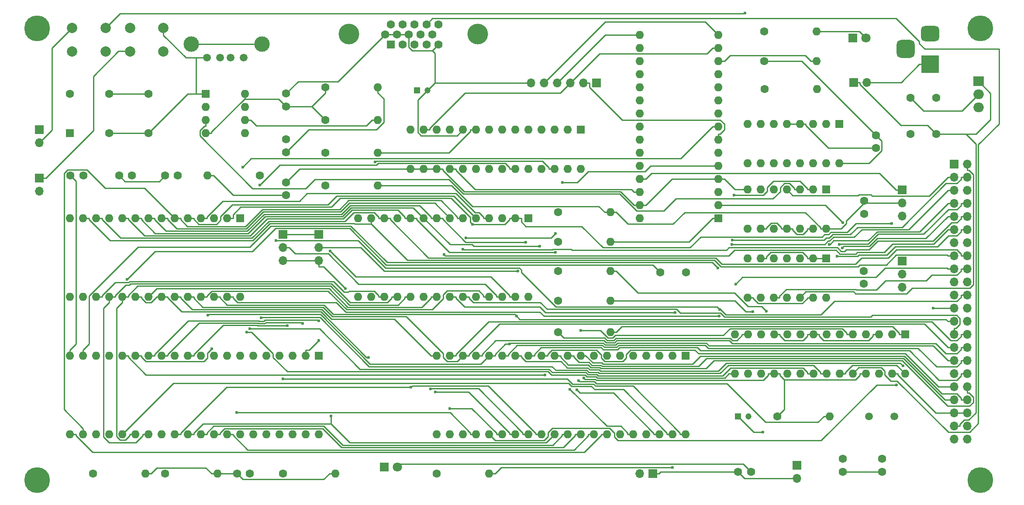
<source format=gbr>
%TF.GenerationSoftware,KiCad,Pcbnew,(6.0.10)*%
%TF.CreationDate,2023-07-26T11:36:41-05:00*%
%TF.ProjectId,Open Apple 1 SBC,4f70656e-2041-4707-906c-652031205342,rev?*%
%TF.SameCoordinates,Original*%
%TF.FileFunction,Copper,L1,Top*%
%TF.FilePolarity,Positive*%
%FSLAX46Y46*%
G04 Gerber Fmt 4.6, Leading zero omitted, Abs format (unit mm)*
G04 Created by KiCad (PCBNEW (6.0.10)) date 2023-07-26 11:36:41*
%MOMM*%
%LPD*%
G01*
G04 APERTURE LIST*
G04 Aperture macros list*
%AMRoundRect*
0 Rectangle with rounded corners*
0 $1 Rounding radius*
0 $2 $3 $4 $5 $6 $7 $8 $9 X,Y pos of 4 corners*
0 Add a 4 corners polygon primitive as box body*
4,1,4,$2,$3,$4,$5,$6,$7,$8,$9,$2,$3,0*
0 Add four circle primitives for the rounded corners*
1,1,$1+$1,$2,$3*
1,1,$1+$1,$4,$5*
1,1,$1+$1,$6,$7*
1,1,$1+$1,$8,$9*
0 Add four rect primitives between the rounded corners*
20,1,$1+$1,$2,$3,$4,$5,0*
20,1,$1+$1,$4,$5,$6,$7,0*
20,1,$1+$1,$6,$7,$8,$9,0*
20,1,$1+$1,$8,$9,$2,$3,0*%
G04 Aperture macros list end*
%TA.AperFunction,ComponentPad*%
%ADD10R,1.700000X1.700000*%
%TD*%
%TA.AperFunction,ComponentPad*%
%ADD11O,1.700000X1.700000*%
%TD*%
%TA.AperFunction,ComponentPad*%
%ADD12R,1.200000X1.200000*%
%TD*%
%TA.AperFunction,ComponentPad*%
%ADD13C,1.200000*%
%TD*%
%TA.AperFunction,ComponentPad*%
%ADD14R,1.800000X1.800000*%
%TD*%
%TA.AperFunction,ComponentPad*%
%ADD15C,1.800000*%
%TD*%
%TA.AperFunction,ComponentPad*%
%ADD16R,1.600000X1.600000*%
%TD*%
%TA.AperFunction,ComponentPad*%
%ADD17O,1.600000X1.600000*%
%TD*%
%TA.AperFunction,ComponentPad*%
%ADD18C,5.000000*%
%TD*%
%TA.AperFunction,ComponentPad*%
%ADD19C,1.600000*%
%TD*%
%TA.AperFunction,ComponentPad*%
%ADD20C,2.000000*%
%TD*%
%TA.AperFunction,ComponentPad*%
%ADD21C,4.000000*%
%TD*%
%TA.AperFunction,ComponentPad*%
%ADD22C,1.500000*%
%TD*%
%TA.AperFunction,ComponentPad*%
%ADD23C,3.000000*%
%TD*%
%TA.AperFunction,ComponentPad*%
%ADD24R,3.500000X3.500000*%
%TD*%
%TA.AperFunction,ComponentPad*%
%ADD25RoundRect,0.750000X-1.000000X0.750000X-1.000000X-0.750000X1.000000X-0.750000X1.000000X0.750000X0*%
%TD*%
%TA.AperFunction,ComponentPad*%
%ADD26RoundRect,0.875000X-0.875000X0.875000X-0.875000X-0.875000X0.875000X-0.875000X0.875000X0.875000X0*%
%TD*%
%TA.AperFunction,ComponentPad*%
%ADD27R,2.000000X1.905000*%
%TD*%
%TA.AperFunction,ComponentPad*%
%ADD28O,2.000000X1.905000*%
%TD*%
%TA.AperFunction,ViaPad*%
%ADD29C,0.600000*%
%TD*%
%TA.AperFunction,Conductor*%
%ADD30C,0.250000*%
%TD*%
G04 APERTURE END LIST*
D10*
%TO.P,A1,1,1*%
%TO.N,VCC*%
X98425000Y-80645000D03*
D11*
%TO.P,A1,2,2*%
%TO.N,A13_W*%
X98425000Y-83185000D03*
%TO.P,A1,3,3*%
%TO.N,GND*%
X98425000Y-85725000D03*
%TD*%
D10*
%TO.P,A2,1,1*%
%TO.N,VCC*%
X105410000Y-80645000D03*
D11*
%TO.P,A2,2,2*%
%TO.N,A14_W*%
X105410000Y-83185000D03*
%TO.P,A2,3,3*%
%TO.N,GND*%
X105410000Y-85725000D03*
%TD*%
D12*
%TO.P,C3,1*%
%TO.N,Net-(C3-Pad1)*%
X124460000Y-52705000D03*
D13*
%TO.P,C3,2*%
%TO.N,GND*%
X126460000Y-52705000D03*
%TD*%
D14*
%TO.P,D1,1,K*%
%TO.N,GND*%
X208915000Y-42545000D03*
D15*
%TO.P,D1,2,A*%
%TO.N,Net-(D1-Pad2)*%
X211455000Y-42545000D03*
%TD*%
D10*
%TO.P,J5,1,P1*%
%TO.N,GND*%
X170180000Y-127000000D03*
D11*
%TO.P,J5,2,P2*%
%TO.N,Net-(J5-Pad2)*%
X167640000Y-127000000D03*
%TD*%
D16*
%TO.P,J6,1,D1/TX*%
%TO.N,TX*%
X182880000Y-77470000D03*
D17*
%TO.P,J6,2,D0/RX*%
%TO.N,Net-(A3-Pad2)*%
X182880000Y-74930000D03*
%TO.P,J6,3,RESET*%
%TO.N,unconnected-(J6-Pad3)*%
X182880000Y-72390000D03*
%TO.P,J6,4,GND*%
%TO.N,GND*%
X182880000Y-69850000D03*
%TO.P,J6,5,D2/INT0*%
%TO.N,KBD_READY*%
X182880000Y-67310000D03*
%TO.P,J6,6,D3/INT1*%
%TO.N,OUT_DA*%
X182880000Y-64770000D03*
%TO.P,J6,7,D4/T0*%
%TO.N,Net-(J6-Pad7)*%
X182880000Y-62230000D03*
%TO.P,J6,8,D5/T1*%
%TO.N,OUT_RDA*%
X182880000Y-59690000D03*
%TO.P,J6,9,D6/AIN0*%
%TO.N,CLR_SCR*%
X182880000Y-57150000D03*
%TO.P,J6,10,D7/AIN1*%
%TO.N,KBD_STROBE*%
X182880000Y-54610000D03*
%TO.P,J6,11,D8/ICP*%
%TO.N,unconnected-(J6-Pad11)*%
X182880000Y-52070000D03*
%TO.P,J6,12,D9/0C1*%
%TO.N,unconnected-(J6-Pad12)*%
X182880000Y-49530000D03*
%TO.P,J6,13,D10/SS*%
%TO.N,Net-(J6-Pad13)*%
X182880000Y-46990000D03*
%TO.P,J6,14,D11/MOSI*%
%TO.N,MOSI*%
X182880000Y-44450000D03*
%TO.P,J6,15,D12/MISO*%
%TO.N,MISO*%
X182880000Y-41910000D03*
%TO.P,J6,16,SCK/D13*%
%TO.N,CLK*%
X167640000Y-41910000D03*
%TO.P,J6,17,3V3*%
%TO.N,Net-(C18-Pad2)*%
X167640000Y-44450000D03*
%TO.P,J6,18,AREF*%
%TO.N,unconnected-(J6-Pad18)*%
X167640000Y-46990000D03*
%TO.P,J6,19,A0*%
%TO.N,unconnected-(J6-Pad19)*%
X167640000Y-49530000D03*
%TO.P,J6,20,A1*%
%TO.N,unconnected-(J6-Pad20)*%
X167640000Y-52070000D03*
%TO.P,J6,21,A2*%
%TO.N,unconnected-(J6-Pad21)*%
X167640000Y-54610000D03*
%TO.P,J6,22,A3*%
%TO.N,unconnected-(J6-Pad22)*%
X167640000Y-57150000D03*
%TO.P,J6,23,A4*%
%TO.N,unconnected-(J6-Pad23)*%
X167640000Y-59690000D03*
%TO.P,J6,24,A5*%
%TO.N,unconnected-(J6-Pad24)*%
X167640000Y-62230000D03*
%TO.P,J6,25,A6*%
%TO.N,unconnected-(J6-Pad25)*%
X167640000Y-64770000D03*
%TO.P,J6,26,A7*%
%TO.N,unconnected-(J6-Pad26)*%
X167640000Y-67310000D03*
%TO.P,J6,27,5V*%
%TO.N,Net-(A4-Pad1)*%
X167640000Y-69850000D03*
%TO.P,J6,28,RESET*%
%TO.N,P_RESET*%
X167640000Y-72390000D03*
%TO.P,J6,29,GND*%
%TO.N,GND*%
X167640000Y-74930000D03*
%TO.P,J6,30,VIN*%
%TO.N,Vin*%
X167640000Y-77470000D03*
%TD*%
D18*
%TO.P,J1,1,P1*%
%TO.N,unconnected-(J1-Pad1)*%
X233680000Y-128270000D03*
%TD*%
%TO.P,J2,1,P1*%
%TO.N,unconnected-(J2-Pad1)*%
X233680000Y-40640000D03*
%TD*%
%TO.P,J3,1,P1*%
%TO.N,unconnected-(J3-Pad1)*%
X50800000Y-128270000D03*
%TD*%
%TO.P,J4,1,P1*%
%TO.N,unconnected-(J4-Pad1)*%
X50800000Y-40640000D03*
%TD*%
D19*
%TO.P,R1,1*%
%TO.N,Net-(R1-Pad1)*%
X106680000Y-71120000D03*
D17*
%TO.P,R1,2*%
%TO.N,VCC*%
X116840000Y-71120000D03*
%TD*%
D19*
%TO.P,R2,1*%
%TO.N,VCC*%
X106680000Y-52070000D03*
D17*
%TO.P,R2,2*%
%TO.N,Net-(C1-Pad1)*%
X116840000Y-52070000D03*
%TD*%
D19*
%TO.P,R3,1*%
%TO.N,VCC*%
X106680000Y-58420000D03*
D17*
%TO.P,R3,2*%
%TO.N,Net-(C3-Pad1)*%
X116840000Y-58420000D03*
%TD*%
D19*
%TO.P,R4,1*%
%TO.N,RESET*%
X106680000Y-64770000D03*
D17*
%TO.P,R4,2*%
%TO.N,VCC*%
X116840000Y-64770000D03*
%TD*%
D19*
%TO.P,R5,1*%
%TO.N,VCC*%
X191770000Y-41275000D03*
D17*
%TO.P,R5,2*%
%TO.N,Net-(D1-Pad2)*%
X201930000Y-41275000D03*
%TD*%
D19*
%TO.P,R6,1*%
%TO.N,RDY*%
X61595000Y-127000000D03*
D17*
%TO.P,R6,2*%
%TO.N,VCC*%
X71755000Y-127000000D03*
%TD*%
D19*
%TO.P,R7,1*%
%TO.N,IRQ*%
X75565000Y-127000000D03*
D17*
%TO.P,R7,2*%
%TO.N,VCC*%
X85725000Y-127000000D03*
%TD*%
D19*
%TO.P,R8,1*%
%TO.N,NMI*%
X98425000Y-127000000D03*
D17*
%TO.P,R8,2*%
%TO.N,VCC*%
X108585000Y-127000000D03*
%TD*%
D19*
%TO.P,R9,1*%
%TO.N,VCC*%
X191770000Y-46990000D03*
D17*
%TO.P,R9,2*%
%TO.N,Net-(J6-Pad13)*%
X201930000Y-46990000D03*
%TD*%
D19*
%TO.P,R10,1*%
%TO.N,Net-(R10-Pad1)*%
X151765000Y-76327000D03*
D17*
%TO.P,R10,2*%
%TO.N,VCC*%
X161925000Y-76327000D03*
%TD*%
D20*
%TO.P,SW1,1,A*%
%TO.N,GND*%
X75275000Y-40600000D03*
X68775000Y-40600000D03*
%TO.P,SW1,2,B*%
%TO.N,Net-(C1-Pad1)*%
X75275000Y-45100000D03*
X68775000Y-45100000D03*
%TD*%
D16*
%TO.P,U9,1,~{VP}*%
%TO.N,Net-(J5-Pad2)*%
X176530000Y-104140000D03*
D17*
%TO.P,U9,2,RDY*%
%TO.N,RDY*%
X173990000Y-104140000D03*
%TO.P,U9,3,PHI1out*%
%TO.N,PHI1*%
X171450000Y-104140000D03*
%TO.P,U9,4,~{IRQ}*%
%TO.N,IRQ*%
X168910000Y-104140000D03*
%TO.P,U9,5,~{ML}*%
%TO.N,unconnected-(U9-Pad5)*%
X166370000Y-104140000D03*
%TO.P,U9,6,~{NMI}*%
%TO.N,NMI*%
X163830000Y-104140000D03*
%TO.P,U9,7,SYNC*%
%TO.N,SYNC*%
X161290000Y-104140000D03*
%TO.P,U9,8,VCC*%
%TO.N,VCC*%
X158750000Y-104140000D03*
%TO.P,U9,9,A0*%
%TO.N,A0*%
X156210000Y-104140000D03*
%TO.P,U9,10,A1*%
%TO.N,A1*%
X153670000Y-104140000D03*
%TO.P,U9,11,A2*%
%TO.N,A2*%
X151130000Y-104140000D03*
%TO.P,U9,12,A3*%
%TO.N,A3*%
X148590000Y-104140000D03*
%TO.P,U9,13,A4*%
%TO.N,A4*%
X146050000Y-104140000D03*
%TO.P,U9,14,A5*%
%TO.N,A5*%
X143510000Y-104140000D03*
%TO.P,U9,15,A6*%
%TO.N,A6*%
X140970000Y-104140000D03*
%TO.P,U9,16,A7*%
%TO.N,A7*%
X138430000Y-104140000D03*
%TO.P,U9,17,A8*%
%TO.N,A8*%
X135890000Y-104140000D03*
%TO.P,U9,18,A9*%
%TO.N,A9*%
X133350000Y-104140000D03*
%TO.P,U9,19,A10*%
%TO.N,A10*%
X130810000Y-104140000D03*
%TO.P,U9,20,A11*%
%TO.N,A11*%
X128270000Y-104140000D03*
%TO.P,U9,21,GND*%
%TO.N,GND*%
X128270000Y-119380000D03*
%TO.P,U9,22,A12*%
%TO.N,A12*%
X130810000Y-119380000D03*
%TO.P,U9,23,A13*%
%TO.N,A13*%
X133350000Y-119380000D03*
%TO.P,U9,24,A14*%
%TO.N,A14*%
X135890000Y-119380000D03*
%TO.P,U9,25,A15*%
%TO.N,A15*%
X138430000Y-119380000D03*
%TO.P,U9,26,D7*%
%TO.N,D7*%
X140970000Y-119380000D03*
%TO.P,U9,27,D6*%
%TO.N,D6*%
X143510000Y-119380000D03*
%TO.P,U9,28,D5*%
%TO.N,D5*%
X146050000Y-119380000D03*
%TO.P,U9,29,D4*%
%TO.N,D4*%
X148590000Y-119380000D03*
%TO.P,U9,30,D3*%
%TO.N,D3*%
X151130000Y-119380000D03*
%TO.P,U9,31,D2*%
%TO.N,D2*%
X153670000Y-119380000D03*
%TO.P,U9,32,D1*%
%TO.N,D1*%
X156210000Y-119380000D03*
%TO.P,U9,33,D0*%
%TO.N,D0*%
X158750000Y-119380000D03*
%TO.P,U9,34,R/~{W}*%
%TO.N,RW*%
X161290000Y-119380000D03*
%TO.P,U9,35,NC*%
%TO.N,unconnected-(U9-Pad35)*%
X163830000Y-119380000D03*
%TO.P,U9,36,BE*%
%TO.N,Net-(R10-Pad1)*%
X166370000Y-119380000D03*
%TO.P,U9,37,PHI2*%
%TO.N,CLOCK*%
X168910000Y-119380000D03*
%TO.P,U9,38,~{SO}*%
%TO.N,VCC*%
X171450000Y-119380000D03*
%TO.P,U9,39,PHI2out*%
%TO.N,PHI2*%
X173990000Y-119380000D03*
%TO.P,U9,40,~{RESET}*%
%TO.N,RESET*%
X176530000Y-119380000D03*
%TD*%
D16*
%TO.P,U4,1,A14*%
%TO.N,A14*%
X90170000Y-77470000D03*
D17*
%TO.P,U4,2,A12*%
%TO.N,A12*%
X87630000Y-77470000D03*
%TO.P,U4,3,A7*%
%TO.N,A7*%
X85090000Y-77470000D03*
%TO.P,U4,4,A6*%
%TO.N,A6*%
X82550000Y-77470000D03*
%TO.P,U4,5,A5*%
%TO.N,A5*%
X80010000Y-77470000D03*
%TO.P,U4,6,A4*%
%TO.N,A4*%
X77470000Y-77470000D03*
%TO.P,U4,7,A3*%
%TO.N,A3*%
X74930000Y-77470000D03*
%TO.P,U4,8,A2*%
%TO.N,A2*%
X72390000Y-77470000D03*
%TO.P,U4,9,A1*%
%TO.N,A1*%
X69850000Y-77470000D03*
%TO.P,U4,10,A0*%
%TO.N,A0*%
X67310000Y-77470000D03*
%TO.P,U4,11,D0*%
%TO.N,D0*%
X64770000Y-77470000D03*
%TO.P,U4,12,D1*%
%TO.N,D1*%
X62230000Y-77470000D03*
%TO.P,U4,13,D2*%
%TO.N,D2*%
X59690000Y-77470000D03*
%TO.P,U4,14,GND*%
%TO.N,GND*%
X57150000Y-77470000D03*
%TO.P,U4,15,D3*%
%TO.N,D3*%
X57150000Y-92710000D03*
%TO.P,U4,16,D4*%
%TO.N,D4*%
X59690000Y-92710000D03*
%TO.P,U4,17,D5*%
%TO.N,D5*%
X62230000Y-92710000D03*
%TO.P,U4,18,D6*%
%TO.N,D6*%
X64770000Y-92710000D03*
%TO.P,U4,19,D7*%
%TO.N,D7*%
X67310000Y-92710000D03*
%TO.P,U4,20,~{CS}*%
%TO.N,A15*%
X69850000Y-92710000D03*
%TO.P,U4,21,A10*%
%TO.N,A10*%
X72390000Y-92710000D03*
%TO.P,U4,22,~{OE}*%
%TO.N,A15*%
X74930000Y-92710000D03*
%TO.P,U4,23,A11*%
%TO.N,A11*%
X77470000Y-92710000D03*
%TO.P,U4,24,A9*%
%TO.N,A9*%
X80010000Y-92710000D03*
%TO.P,U4,25,A8*%
%TO.N,A8*%
X82550000Y-92710000D03*
%TO.P,U4,26,A13*%
%TO.N,A13*%
X85090000Y-92710000D03*
%TO.P,U4,27,~{WE}*%
%TO.N,Net-(U3-Pad11)*%
X87630000Y-92710000D03*
%TO.P,U4,28,VCC*%
%TO.N,VCC*%
X90170000Y-92710000D03*
%TD*%
D16*
%TO.P,U1,1,A0*%
%TO.N,A12*%
X206290000Y-59195000D03*
D17*
%TO.P,U1,2,A1*%
%TO.N,A13*%
X203750000Y-59195000D03*
%TO.P,U1,3,A2*%
%TO.N,A14*%
X201210000Y-59195000D03*
%TO.P,U1,4,E1*%
%TO.N,GND*%
X198670000Y-59195000D03*
%TO.P,U1,5,E2*%
X196130000Y-59195000D03*
%TO.P,U1,6,E3*%
%TO.N,A15*%
X193590000Y-59195000D03*
%TO.P,U1,7,O7*%
%TO.N,Net-(U1-Pad7)*%
X191050000Y-59195000D03*
%TO.P,U1,8,GND*%
%TO.N,GND*%
X188510000Y-59195000D03*
%TO.P,U1,9,O6*%
%TO.N,Net-(U1-Pad9)*%
X188510000Y-66815000D03*
%TO.P,U1,10,O5*%
%TO.N,CS_PIA*%
X191050000Y-66815000D03*
%TO.P,U1,11,O4*%
%TO.N,unconnected-(U1-Pad11)*%
X193590000Y-66815000D03*
%TO.P,U1,12,O3*%
%TO.N,unconnected-(U1-Pad12)*%
X196130000Y-66815000D03*
%TO.P,U1,13,O2*%
%TO.N,unconnected-(U1-Pad13)*%
X198670000Y-66815000D03*
%TO.P,U1,14,O1*%
%TO.N,unconnected-(U1-Pad14)*%
X201210000Y-66815000D03*
%TO.P,U1,15,O0*%
%TO.N,unconnected-(U1-Pad15)*%
X203750000Y-66815000D03*
%TO.P,U1,16,VCC*%
%TO.N,VCC*%
X206290000Y-66815000D03*
%TD*%
D16*
%TO.P,U2,1,A14*%
%TO.N,A14_W*%
X146050000Y-77470000D03*
D17*
%TO.P,U2,2,A12*%
%TO.N,A12*%
X143510000Y-77470000D03*
%TO.P,U2,3,A7*%
%TO.N,A7*%
X140970000Y-77470000D03*
%TO.P,U2,4,A6*%
%TO.N,A6*%
X138430000Y-77470000D03*
%TO.P,U2,5,A5*%
%TO.N,A5*%
X135890000Y-77470000D03*
%TO.P,U2,6,A4*%
%TO.N,A4*%
X133350000Y-77470000D03*
%TO.P,U2,7,A3*%
%TO.N,A3*%
X130810000Y-77470000D03*
%TO.P,U2,8,A2*%
%TO.N,A2*%
X128270000Y-77470000D03*
%TO.P,U2,9,A1*%
%TO.N,A1*%
X125730000Y-77470000D03*
%TO.P,U2,10,A0*%
%TO.N,A0*%
X123190000Y-77470000D03*
%TO.P,U2,11,D0*%
%TO.N,D0*%
X120650000Y-77470000D03*
%TO.P,U2,12,D1*%
%TO.N,D1*%
X118110000Y-77470000D03*
%TO.P,U2,13,D2*%
%TO.N,D2*%
X115570000Y-77470000D03*
%TO.P,U2,14,GND*%
%TO.N,GND*%
X113030000Y-77470000D03*
%TO.P,U2,15,D3*%
%TO.N,D3*%
X113030000Y-92710000D03*
%TO.P,U2,16,D4*%
%TO.N,D4*%
X115570000Y-92710000D03*
%TO.P,U2,17,D5*%
%TO.N,D5*%
X118110000Y-92710000D03*
%TO.P,U2,18,D6*%
%TO.N,D6*%
X120650000Y-92710000D03*
%TO.P,U2,19,D7*%
%TO.N,D7*%
X123190000Y-92710000D03*
%TO.P,U2,20,CS*%
%TO.N,CS_ROM*%
X125730000Y-92710000D03*
%TO.P,U2,21,A10*%
%TO.N,A10*%
X128270000Y-92710000D03*
%TO.P,U2,22,OE*%
%TO.N,CS_ROM*%
X130810000Y-92710000D03*
%TO.P,U2,23,A11*%
%TO.N,A11*%
X133350000Y-92710000D03*
%TO.P,U2,24,A9*%
%TO.N,A9*%
X135890000Y-92710000D03*
%TO.P,U2,25,A8*%
%TO.N,A8*%
X138430000Y-92710000D03*
%TO.P,U2,26,A13*%
%TO.N,A13_W*%
X140970000Y-92710000D03*
%TO.P,U2,27,WE*%
%TO.N,Net-(R1-Pad1)*%
X143510000Y-92710000D03*
%TO.P,U2,28,VCC*%
%TO.N,VCC*%
X146050000Y-92710000D03*
%TD*%
D16*
%TO.P,U3,1*%
%TO.N,Net-(U3-Pad1)*%
X203750000Y-85230000D03*
D17*
%TO.P,U3,2*%
X201210000Y-85230000D03*
%TO.P,U3,3*%
%TO.N,CS_ROM*%
X198670000Y-85230000D03*
%TO.P,U3,4*%
%TO.N,Net-(U1-Pad9)*%
X196130000Y-85230000D03*
%TO.P,U3,5*%
%TO.N,Net-(U1-Pad7)*%
X193590000Y-85230000D03*
%TO.P,U3,6*%
%TO.N,Net-(U3-Pad1)*%
X191050000Y-85230000D03*
%TO.P,U3,7,GND*%
%TO.N,GND*%
X188510000Y-85230000D03*
%TO.P,U3,8*%
%TO.N,Net-(U3-Pad13)*%
X188510000Y-92850000D03*
%TO.P,U3,9*%
%TO.N,RW*%
X191050000Y-92850000D03*
%TO.P,U3,10*%
X193590000Y-92850000D03*
%TO.P,U3,11*%
%TO.N,Net-(U3-Pad11)*%
X196130000Y-92850000D03*
%TO.P,U3,12*%
%TO.N,PHI2*%
X198670000Y-92850000D03*
%TO.P,U3,13*%
%TO.N,Net-(U3-Pad13)*%
X201210000Y-92850000D03*
%TO.P,U3,14,VCC*%
%TO.N,VCC*%
X203750000Y-92850000D03*
%TD*%
D16*
%TO.P,U5,1*%
%TO.N,Net-(U5-Pad1)*%
X203750000Y-71895000D03*
D17*
%TO.P,U5,2*%
%TO.N,Net-(C2-Pad2)*%
X201210000Y-71895000D03*
%TO.P,U5,3*%
%TO.N,Net-(U5-Pad3)*%
X198670000Y-71895000D03*
%TO.P,U5,4*%
%TO.N,RESET*%
X196130000Y-71895000D03*
%TO.P,U5,5*%
%TO.N,GND*%
X193590000Y-71895000D03*
%TO.P,U5,6*%
%TO.N,unconnected-(U5-Pad6)*%
X191050000Y-71895000D03*
%TO.P,U5,7,GND*%
%TO.N,GND*%
X188510000Y-71895000D03*
%TO.P,U5,8*%
%TO.N,unconnected-(U5-Pad8)*%
X188510000Y-79515000D03*
%TO.P,U5,9*%
%TO.N,GND*%
X191050000Y-79515000D03*
%TO.P,U5,10*%
%TO.N,unconnected-(U5-Pad10)*%
X193590000Y-79515000D03*
%TO.P,U5,11*%
%TO.N,GND*%
X196130000Y-79515000D03*
%TO.P,U5,12*%
%TO.N,unconnected-(U5-Pad12)*%
X198670000Y-79515000D03*
%TO.P,U5,13*%
%TO.N,GND*%
X201210000Y-79515000D03*
%TO.P,U5,14,VCC*%
%TO.N,VCC*%
X203750000Y-79515000D03*
%TD*%
D16*
%TO.P,U7,1,GND*%
%TO.N,GND*%
X105410000Y-104140000D03*
D17*
%TO.P,U7,2,PA0*%
%TO.N,KBD_D0*%
X102870000Y-104140000D03*
%TO.P,U7,3,PA1*%
%TO.N,KBD_D1*%
X100330000Y-104140000D03*
%TO.P,U7,4,PA2*%
%TO.N,KBD_D2*%
X97790000Y-104140000D03*
%TO.P,U7,5,PA3*%
%TO.N,KBD_D3*%
X95250000Y-104140000D03*
%TO.P,U7,6,PA4*%
%TO.N,KBD_D4*%
X92710000Y-104140000D03*
%TO.P,U7,7,PA5*%
%TO.N,KBD_D5*%
X90170000Y-104140000D03*
%TO.P,U7,8,PA6*%
%TO.N,KBD_D6*%
X87630000Y-104140000D03*
%TO.P,U7,9,PA7*%
%TO.N,KBD_D7*%
X85090000Y-104140000D03*
%TO.P,U7,10,PB0*%
%TO.N,OUT_D0*%
X82550000Y-104140000D03*
%TO.P,U7,11,PB1*%
%TO.N,OUT_D1*%
X80010000Y-104140000D03*
%TO.P,U7,12,PB2*%
%TO.N,OUT_D2*%
X77470000Y-104140000D03*
%TO.P,U7,13,PB3*%
%TO.N,OUT_D3*%
X74930000Y-104140000D03*
%TO.P,U7,14,PB4*%
%TO.N,OUT_D4*%
X72390000Y-104140000D03*
%TO.P,U7,15,PB5*%
%TO.N,OUT_D5*%
X69850000Y-104140000D03*
%TO.P,U7,16,PB6*%
%TO.N,OUT_D6*%
X67310000Y-104140000D03*
%TO.P,U7,17,PB7*%
%TO.N,OUT_DA*%
X64770000Y-104140000D03*
%TO.P,U7,18,CB1*%
%TO.N,OUT_RDA*%
X62230000Y-104140000D03*
%TO.P,U7,19,CB2*%
%TO.N,Net-(U5-Pad1)*%
X59690000Y-104140000D03*
%TO.P,U7,20,VCC*%
%TO.N,VCC*%
X57150000Y-104140000D03*
%TO.P,U7,21,R/~{W}*%
%TO.N,RW*%
X57150000Y-119380000D03*
%TO.P,U7,22,CS0*%
%TO.N,A4*%
X59690000Y-119380000D03*
%TO.P,U7,23,~{CS2}*%
%TO.N,CS_PIA*%
X62230000Y-119380000D03*
%TO.P,U7,24,CS1*%
%TO.N,VCC*%
X64770000Y-119380000D03*
%TO.P,U7,25,PHI2*%
%TO.N,PHI2*%
X67310000Y-119380000D03*
%TO.P,U7,26,D7*%
%TO.N,D7*%
X69850000Y-119380000D03*
%TO.P,U7,27,D6*%
%TO.N,D6*%
X72390000Y-119380000D03*
%TO.P,U7,28,D5*%
%TO.N,D5*%
X74930000Y-119380000D03*
%TO.P,U7,29,D4*%
%TO.N,D4*%
X77470000Y-119380000D03*
%TO.P,U7,30,D3*%
%TO.N,D3*%
X80010000Y-119380000D03*
%TO.P,U7,31,D2*%
%TO.N,D2*%
X82550000Y-119380000D03*
%TO.P,U7,32,D1*%
%TO.N,D1*%
X85090000Y-119380000D03*
%TO.P,U7,33,D0*%
%TO.N,D0*%
X87630000Y-119380000D03*
%TO.P,U7,34,~{RESET}*%
%TO.N,RESET*%
X90170000Y-119380000D03*
%TO.P,U7,35,RS1*%
%TO.N,A1*%
X92710000Y-119380000D03*
%TO.P,U7,36,RS0*%
%TO.N,A0*%
X95250000Y-119380000D03*
%TO.P,U7,37,~{IRQB}*%
%TO.N,unconnected-(U7-Pad37)*%
X97790000Y-119380000D03*
%TO.P,U7,38,~{IRQA}*%
%TO.N,unconnected-(U7-Pad38)*%
X100330000Y-119380000D03*
%TO.P,U7,39,CA2*%
%TO.N,KBD_READY*%
X102870000Y-119380000D03*
%TO.P,U7,40,CA1*%
%TO.N,KBD_STROBE*%
X105410000Y-119380000D03*
%TD*%
D16*
%TO.P,U8,1,GPB0*%
%TO.N,KBD_D0*%
X156210000Y-60325000D03*
D17*
%TO.P,U8,2,GPB1*%
%TO.N,KBD_D1*%
X153670000Y-60325000D03*
%TO.P,U8,3,GPB2*%
%TO.N,KBD_D2*%
X151130000Y-60325000D03*
%TO.P,U8,4,GPB3*%
%TO.N,KBD_D3*%
X148590000Y-60325000D03*
%TO.P,U8,5,GPB4*%
%TO.N,KBD_D4*%
X146050000Y-60325000D03*
%TO.P,U8,6,GPB5*%
%TO.N,KBD_D5*%
X143510000Y-60325000D03*
%TO.P,U8,7,GPB6*%
%TO.N,KBD_D6*%
X140970000Y-60325000D03*
%TO.P,U8,8,GPB7*%
%TO.N,KBD_D7*%
X138430000Y-60325000D03*
%TO.P,U8,9,VCC*%
%TO.N,VCC*%
X135890000Y-60325000D03*
%TO.P,U8,10,GND*%
%TO.N,GND*%
X133350000Y-60325000D03*
%TO.P,U8,11,~{CS}*%
%TO.N,Net-(J6-Pad13)*%
X130810000Y-60325000D03*
%TO.P,U8,12,SCK*%
%TO.N,CLK*%
X128270000Y-60325000D03*
%TO.P,U8,13,SI*%
%TO.N,MOSI*%
X125730000Y-60325000D03*
%TO.P,U8,14,SO*%
%TO.N,MISO*%
X123190000Y-60325000D03*
%TO.P,U8,15,A0*%
%TO.N,GND*%
X123190000Y-67945000D03*
%TO.P,U8,16,A1*%
X125730000Y-67945000D03*
%TO.P,U8,17,A2*%
X128270000Y-67945000D03*
%TO.P,U8,18,~{RESET}*%
%TO.N,P_RESET*%
X130810000Y-67945000D03*
%TO.P,U8,19,INTB*%
%TO.N,unconnected-(U8-Pad19)*%
X133350000Y-67945000D03*
%TO.P,U8,20,INTA*%
%TO.N,unconnected-(U8-Pad20)*%
X135890000Y-67945000D03*
%TO.P,U8,21,GPA0*%
%TO.N,OUT_D0*%
X138430000Y-67945000D03*
%TO.P,U8,22,GPA1*%
%TO.N,OUT_D1*%
X140970000Y-67945000D03*
%TO.P,U8,23,GPA2*%
%TO.N,OUT_D2*%
X143510000Y-67945000D03*
%TO.P,U8,24,GPA3*%
%TO.N,OUT_D3*%
X146050000Y-67945000D03*
%TO.P,U8,25,GPA4*%
%TO.N,OUT_D4*%
X148590000Y-67945000D03*
%TO.P,U8,26,GPA5*%
%TO.N,OUT_D5*%
X151130000Y-67945000D03*
%TO.P,U8,27,GPA6*%
%TO.N,OUT_D6*%
X153670000Y-67945000D03*
%TO.P,U8,28,GPA7*%
%TO.N,unconnected-(U8-Pad28)*%
X156210000Y-67945000D03*
%TD*%
D16*
%TO.P,X1,1,NC*%
%TO.N,unconnected-(X1-Pad1)*%
X57150000Y-60960000D03*
D19*
%TO.P,X1,7,GND*%
%TO.N,GND*%
X64770000Y-60960000D03*
X72390000Y-60960000D03*
%TO.P,X1,8,OUT*%
%TO.N,CLOCK*%
X64770000Y-53340000D03*
X72390000Y-53340000D03*
%TO.P,X1,14,Vcc*%
%TO.N,VCC*%
X57150000Y-53340000D03*
%TD*%
D10*
%TO.P,JP1,1,1*%
%TO.N,Net-(C1-Pad1)*%
X51200000Y-69700000D03*
D11*
%TO.P,JP1,2,2*%
%TO.N,GND*%
X51200000Y-72240000D03*
%TD*%
D19*
%TO.P,C5,1*%
%TO.N,VCC*%
X89535000Y-127000000D03*
%TO.P,C5,2*%
%TO.N,GND*%
X92035000Y-127000000D03*
%TD*%
%TO.P,C6,1*%
%TO.N,VCC*%
X57230000Y-69215000D03*
%TO.P,C6,2*%
%TO.N,GND*%
X59730000Y-69215000D03*
%TD*%
%TO.P,C7,1*%
%TO.N,VCC*%
X213400000Y-61350000D03*
%TO.P,C7,2*%
%TO.N,GND*%
X213400000Y-63850000D03*
%TD*%
%TO.P,C8,1*%
%TO.N,VCC*%
X66675000Y-69215000D03*
%TO.P,C8,2*%
%TO.N,GND*%
X69175000Y-69215000D03*
%TD*%
%TO.P,C9,1*%
%TO.N,VCC*%
X211130000Y-74110000D03*
%TO.P,C9,2*%
%TO.N,GND*%
X211130000Y-76610000D03*
%TD*%
%TO.P,C1,1*%
%TO.N,Net-(C1-Pad1)*%
X99060000Y-64690000D03*
%TO.P,C1,2*%
%TO.N,GND*%
X99060000Y-62190000D03*
%TD*%
%TO.P,C10,1*%
%TO.N,VCC*%
X211040000Y-87690000D03*
%TO.P,C10,2*%
%TO.N,GND*%
X211040000Y-90190000D03*
%TD*%
%TO.P,C11,1*%
%TO.N,VCC*%
X99060000Y-73025000D03*
%TO.P,C11,2*%
%TO.N,GND*%
X99060000Y-70525000D03*
%TD*%
%TO.P,C12,1*%
%TO.N,VCC*%
X75565000Y-69215000D03*
%TO.P,C12,2*%
%TO.N,GND*%
X78065000Y-69215000D03*
%TD*%
%TO.P,C4,1*%
%TO.N,VCC*%
X99060000Y-55800000D03*
%TO.P,C4,2*%
%TO.N,GND*%
X99060000Y-53300000D03*
%TD*%
%TO.P,C13,1*%
%TO.N,Net-(C13-Pad1)*%
X206980000Y-124150000D03*
%TO.P,C13,2*%
%TO.N,GND*%
X206980000Y-126650000D03*
%TD*%
%TO.P,C14,1*%
%TO.N,Net-(C14-Pad1)*%
X214600000Y-124150000D03*
%TO.P,C14,2*%
%TO.N,GND*%
X214600000Y-126650000D03*
%TD*%
D12*
%TO.P,C17,1*%
%TO.N,Net-(C17-Pad1)*%
X186660000Y-115895000D03*
D13*
%TO.P,C17,2*%
%TO.N,GND*%
X188660000Y-115895000D03*
%TD*%
D19*
%TO.P,C18,1*%
%TO.N,GND*%
X186660000Y-126690000D03*
%TO.P,C18,2*%
%TO.N,Net-(C18-Pad2)*%
X189160000Y-126690000D03*
%TD*%
D21*
%TO.P,J7,0*%
%TO.N,N/C*%
X136195000Y-41765000D03*
X111195000Y-41765000D03*
D16*
%TO.P,J7,1*%
%TO.N,unconnected-(J7-Pad1)*%
X119380000Y-43815000D03*
D19*
%TO.P,J7,2*%
%TO.N,Net-(J7-Pad2)*%
X121670000Y-43815000D03*
%TO.P,J7,3*%
%TO.N,unconnected-(J7-Pad3)*%
X123960000Y-43815000D03*
%TO.P,J7,4*%
%TO.N,unconnected-(J7-Pad4)*%
X126250000Y-43815000D03*
%TO.P,J7,5*%
%TO.N,GND*%
X128540000Y-43815000D03*
%TO.P,J7,6*%
X118235000Y-41835000D03*
%TO.P,J7,7*%
X120525000Y-41835000D03*
%TO.P,J7,8*%
X122815000Y-41835000D03*
%TO.P,J7,9*%
%TO.N,unconnected-(J7-Pad9)*%
X125105000Y-41835000D03*
%TO.P,J7,10*%
%TO.N,GND*%
X127395000Y-41835000D03*
%TO.P,J7,11*%
%TO.N,unconnected-(J7-Pad11)*%
X119380000Y-39855000D03*
%TO.P,J7,12*%
%TO.N,unconnected-(J7-Pad12)*%
X121670000Y-39855000D03*
%TO.P,J7,13*%
%TO.N,Net-(J7-Pad13)*%
X123960000Y-39855000D03*
%TO.P,J7,14*%
%TO.N,Net-(J7-Pad14)*%
X126250000Y-39855000D03*
%TO.P,J7,15*%
%TO.N,unconnected-(J7-Pad15)*%
X128540000Y-39855000D03*
%TD*%
D10*
%TO.P,P2,1,P1*%
%TO.N,Net-(P2-Pad1)*%
X198090000Y-125420000D03*
D11*
%TO.P,P2,2,P2*%
%TO.N,GND*%
X198090000Y-127960000D03*
%TD*%
D19*
%TO.P,R12,1*%
%TO.N,Net-(R12-Pad1)*%
X151765000Y-82042000D03*
D17*
%TO.P,R12,2*%
%TO.N,TX*%
X161925000Y-82042000D03*
%TD*%
D19*
%TO.P,R14,1*%
%TO.N,Net-(P2-Pad1)*%
X151765000Y-87757000D03*
D17*
%TO.P,R14,2*%
%TO.N,Net-(R14-Pad2)*%
X161925000Y-87757000D03*
%TD*%
D19*
%TO.P,R15,1*%
%TO.N,Net-(J7-Pad2)*%
X151765000Y-93472000D03*
D17*
%TO.P,R15,2*%
%TO.N,Net-(R15-Pad2)*%
X161925000Y-93472000D03*
%TD*%
D19*
%TO.P,R16,1*%
%TO.N,Net-(J7-Pad13)*%
X194280000Y-115895000D03*
D17*
%TO.P,R16,2*%
%TO.N,Net-(P2-Pad1)*%
X204440000Y-115895000D03*
%TD*%
D16*
%TO.P,U11,1,MCLR*%
%TO.N,Net-(R13-Pad2)*%
X219045000Y-100020000D03*
D17*
%TO.P,U11,2,AN0/RPA0/RA0/PGED3*%
%TO.N,unconnected-(U11-Pad2)*%
X216505000Y-100020000D03*
%TO.P,U11,3,AN1/RPA1/RA1/PGEC3*%
%TO.N,GND*%
X213965000Y-100020000D03*
%TO.P,U11,4,AN2/RPB0/RB0/PGED1*%
%TO.N,RX*%
X211425000Y-100020000D03*
%TO.P,U11,5,AN3/RPB1/RB1/PGEC1*%
%TO.N,Net-(R12-Pad1)*%
X208885000Y-100020000D03*
%TO.P,U11,6,AN4/RPB2/SDA2/RB2*%
%TO.N,Net-(R14-Pad2)*%
X206345000Y-100020000D03*
%TO.P,U11,7,AN5/RPB3/SCL2/RB3*%
%TO.N,unconnected-(U11-Pad7)*%
X203805000Y-100020000D03*
%TO.P,U11,8,VSS1*%
%TO.N,GND*%
X201265000Y-100020000D03*
%TO.P,U11,9,RPA2/RA2*%
%TO.N,Net-(C13-Pad1)*%
X198725000Y-100020000D03*
%TO.P,U11,10,RPA3/RA3*%
%TO.N,Net-(C14-Pad1)*%
X196185000Y-100020000D03*
%TO.P,U11,11,RPB4/RB4*%
%TO.N,GND*%
X193645000Y-100020000D03*
%TO.P,U11,12,RPA4/RA4*%
%TO.N,Net-(R15-Pad2)*%
X191105000Y-100020000D03*
%TO.P,U11,13,VDD*%
%TO.N,Net-(C18-Pad2)*%
X188565000Y-100020000D03*
%TO.P,U11,14,RPB5/RB5*%
%TO.N,Net-(R11-Pad2)*%
X186025000Y-100020000D03*
%TO.P,U11,15,VBUS*%
%TO.N,Net-(R17-Pad1)*%
X186025000Y-107640000D03*
%TO.P,U11,16,RPB7/INT0/RB7*%
%TO.N,unconnected-(U11-Pad16)*%
X188565000Y-107640000D03*
%TO.P,U11,17,RPB8/SCL1/RB8*%
%TO.N,unconnected-(U11-Pad17)*%
X191105000Y-107640000D03*
%TO.P,U11,18,RPB9/SDA1/RB9*%
%TO.N,Net-(J7-Pad13)*%
X193645000Y-107640000D03*
%TO.P,U11,19,VSS2*%
%TO.N,GND*%
X196185000Y-107640000D03*
%TO.P,U11,20,VCAP*%
%TO.N,Net-(C17-Pad1)*%
X198725000Y-107640000D03*
%TO.P,U11,21,PGED2/RPB10/RB10*%
%TO.N,Net-(P4-Pad3)*%
X201265000Y-107640000D03*
%TO.P,U11,22,PGEC2/RPB11/RB11*%
%TO.N,Net-(P4-Pad2)*%
X203805000Y-107640000D03*
%TO.P,U11,23,VUSB3V3*%
%TO.N,Net-(C18-Pad2)*%
X206345000Y-107640000D03*
%TO.P,U11,24,AN11/RPB13/RB13*%
%TO.N,Net-(J7-Pad14)*%
X208885000Y-107640000D03*
%TO.P,U11,25,AN10/RPB14/SCK1/RB14*%
%TO.N,Net-(J7-Pad13)*%
X211425000Y-107640000D03*
%TO.P,U11,26,AN9/RPB15/SCK2/RB15*%
%TO.N,unconnected-(U11-Pad26)*%
X213965000Y-107640000D03*
%TO.P,U11,27,AVSS*%
%TO.N,GND*%
X216505000Y-107640000D03*
%TO.P,U11,28,AVDD*%
%TO.N,Net-(C18-Pad2)*%
X219045000Y-107640000D03*
%TD*%
D22*
%TO.P,Y1,1,1*%
%TO.N,Net-(C13-Pad1)*%
X212060000Y-115895000D03*
%TO.P,Y1,2,2*%
%TO.N,Net-(C14-Pad1)*%
X216940000Y-115895000D03*
%TD*%
D10*
%TO.P,P3,1,P1*%
%TO.N,Net-(C18-Pad2)*%
X159230000Y-51240000D03*
D11*
%TO.P,P3,2,P2*%
%TO.N,Net-(J6-Pad7)*%
X156690000Y-51240000D03*
%TO.P,P3,3,P3*%
%TO.N,MOSI*%
X154150000Y-51240000D03*
%TO.P,P3,4,P4*%
%TO.N,CLK*%
X151610000Y-51240000D03*
%TO.P,P3,5,P5*%
%TO.N,MISO*%
X149070000Y-51240000D03*
%TO.P,P3,6,P6*%
%TO.N,GND*%
X146530000Y-51240000D03*
%TD*%
D14*
%TO.P,D2,1,K*%
%TO.N,Net-(D2-Pad1)*%
X118110000Y-125730000D03*
D15*
%TO.P,D2,2,A*%
%TO.N,Net-(C18-Pad2)*%
X120650000Y-125730000D03*
%TD*%
D19*
%TO.P,R11,1*%
%TO.N,Net-(D2-Pad1)*%
X128270000Y-127000000D03*
D17*
%TO.P,R11,2*%
%TO.N,Net-(R11-Pad2)*%
X138430000Y-127000000D03*
%TD*%
D19*
%TO.P,R17,1*%
%TO.N,Net-(R17-Pad1)*%
X93980000Y-69215000D03*
D17*
%TO.P,R17,2*%
%TO.N,VCC*%
X83820000Y-69215000D03*
%TD*%
D22*
%TO.P,P4,1,VBUS*%
%TO.N,VCC*%
X90805000Y-46355000D03*
%TO.P,P4,2,D-*%
%TO.N,Net-(P4-Pad2)*%
X88265000Y-46355000D03*
%TO.P,P4,3,D+*%
%TO.N,Net-(P4-Pad3)*%
X86235000Y-46355000D03*
%TO.P,P4,4,GND*%
%TO.N,GND*%
X83695000Y-46355000D03*
D23*
%TO.P,P4,5,shield*%
%TO.N,unconnected-(P4-Pad5)*%
X94365000Y-43685000D03*
X80645000Y-43685000D03*
%TD*%
D10*
%TO.P,A3,1,1*%
%TO.N,unconnected-(A3-Pad1)*%
X218510000Y-85805000D03*
D11*
%TO.P,A3,2,2*%
%TO.N,Net-(A3-Pad2)*%
X218510000Y-88345000D03*
%TO.P,A3,3,3*%
%TO.N,RX*%
X218510000Y-90885000D03*
%TD*%
D19*
%TO.P,R13,1*%
%TO.N,Net-(C18-Pad2)*%
X151765000Y-99568000D03*
D17*
%TO.P,R13,2*%
%TO.N,Net-(R13-Pad2)*%
X161925000Y-99568000D03*
%TD*%
D10*
%TO.P,P1,1,P1*%
%TO.N,unconnected-(P1-Pad1)*%
X228530000Y-67000000D03*
D11*
%TO.P,P1,2,P2*%
%TO.N,PHI2*%
X231070000Y-67000000D03*
%TO.P,P1,3,P3*%
%TO.N,RESET*%
X228530000Y-69540000D03*
%TO.P,P1,4,P4*%
%TO.N,SYNC*%
X231070000Y-69540000D03*
%TO.P,P1,5,P5*%
%TO.N,NMI*%
X228530000Y-72080000D03*
%TO.P,P1,6,P6*%
%TO.N,unconnected-(P1-Pad6)*%
X231070000Y-72080000D03*
%TO.P,P1,7,P7*%
%TO.N,IRQ*%
X228530000Y-74620000D03*
%TO.P,P1,8,P8*%
%TO.N,PHI1*%
X231070000Y-74620000D03*
%TO.P,P1,9,P9*%
%TO.N,RDY*%
X228530000Y-77160000D03*
%TO.P,P1,10,P10*%
%TO.N,D7*%
X231070000Y-77160000D03*
%TO.P,P1,11,P11*%
%TO.N,D6*%
X228530000Y-79700000D03*
%TO.P,P1,12,P12*%
%TO.N,D5*%
X231070000Y-79700000D03*
%TO.P,P1,13,P13*%
%TO.N,D4*%
X228530000Y-82240000D03*
%TO.P,P1,14,P14*%
%TO.N,D3*%
X231070000Y-82240000D03*
%TO.P,P1,15,P15*%
%TO.N,D2*%
X228530000Y-84780000D03*
%TO.P,P1,16,P16*%
%TO.N,D1*%
X231070000Y-84780000D03*
%TO.P,P1,17,P17*%
%TO.N,D0*%
X228530000Y-87320000D03*
%TO.P,P1,18,P18*%
%TO.N,RW*%
X231070000Y-87320000D03*
%TO.P,P1,19,P19*%
%TO.N,unconnected-(P1-Pad19)*%
X228530000Y-89860000D03*
%TO.P,P1,20,P20*%
%TO.N,unconnected-(P1-Pad20)*%
X231070000Y-89860000D03*
%TO.P,P1,21,P21*%
%TO.N,unconnected-(P1-Pad21)*%
X228530000Y-92400000D03*
%TO.P,P1,22,P22*%
%TO.N,CLOCK*%
X231070000Y-92400000D03*
%TO.P,P1,23,P23*%
%TO.N,A15*%
X228530000Y-94940000D03*
%TO.P,P1,24,P24*%
%TO.N,A14*%
X231070000Y-94940000D03*
%TO.P,P1,25,P25*%
%TO.N,A13*%
X228530000Y-97480000D03*
%TO.P,P1,26,P26*%
%TO.N,A12*%
X231070000Y-97480000D03*
%TO.P,P1,27,P27*%
%TO.N,A11*%
X228530000Y-100020000D03*
%TO.P,P1,28,P28*%
%TO.N,A10*%
X231070000Y-100020000D03*
%TO.P,P1,29,P29*%
%TO.N,A9*%
X228530000Y-102560000D03*
%TO.P,P1,30,P30*%
%TO.N,A8*%
X231070000Y-102560000D03*
%TO.P,P1,31,P31*%
%TO.N,A7*%
X228530000Y-105100000D03*
%TO.P,P1,32,P32*%
%TO.N,A6*%
X231070000Y-105100000D03*
%TO.P,P1,33,P33*%
%TO.N,A5*%
X228530000Y-107640000D03*
%TO.P,P1,34,P34*%
%TO.N,A4*%
X231070000Y-107640000D03*
%TO.P,P1,35,P35*%
%TO.N,A3*%
X228530000Y-110180000D03*
%TO.P,P1,36,P36*%
%TO.N,A2*%
X231070000Y-110180000D03*
%TO.P,P1,37,P37*%
%TO.N,A1*%
X228530000Y-112720000D03*
%TO.P,P1,38,P38*%
%TO.N,A0*%
X231070000Y-112720000D03*
%TO.P,P1,39,P39*%
%TO.N,GND*%
X228530000Y-115260000D03*
%TO.P,P1,40,P40*%
X231070000Y-115260000D03*
%TO.P,P1,41,P41*%
%TO.N,Vin*%
X228530000Y-117800000D03*
%TO.P,P1,42,P42*%
%TO.N,unconnected-(P1-Pad42)*%
X231070000Y-117800000D03*
%TO.P,P1,43,P43*%
%TO.N,VCC*%
X228530000Y-120340000D03*
%TO.P,P1,44,P44*%
%TO.N,unconnected-(P1-Pad44)*%
X231070000Y-120340000D03*
%TD*%
D24*
%TO.P,CON1,1*%
%TO.N,Net-(CON1-Pad1)*%
X223901000Y-47625000D03*
D25*
%TO.P,CON1,2*%
%TO.N,GND*%
X223901000Y-41625000D03*
D26*
%TO.P,CON1,3*%
%TO.N,unconnected-(CON1-Pad3)*%
X219201000Y-44625000D03*
%TD*%
D16*
%TO.P,U6,1,GND*%
%TO.N,GND*%
X83460000Y-53390000D03*
D17*
%TO.P,U6,2,TR*%
%TO.N,Net-(C1-Pad1)*%
X83460000Y-55930000D03*
%TO.P,U6,3,Q*%
%TO.N,Net-(U5-Pad3)*%
X83460000Y-58470000D03*
%TO.P,U6,4,R*%
%TO.N,VCC*%
X83460000Y-61010000D03*
%TO.P,U6,5,CV*%
%TO.N,unconnected-(U6-Pad5)*%
X91080000Y-61010000D03*
%TO.P,U6,6,THR*%
%TO.N,Net-(C3-Pad1)*%
X91080000Y-58470000D03*
%TO.P,U6,7,DIS*%
X91080000Y-55930000D03*
%TO.P,U6,8,VCC*%
%TO.N,VCC*%
X91080000Y-53390000D03*
%TD*%
D19*
%TO.P,C15,1*%
%TO.N,GND*%
X220110000Y-54070000D03*
%TO.P,C15,2*%
%TO.N,Net-(A4-Pad3)*%
X225110000Y-54070000D03*
%TD*%
%TO.P,C16,1*%
%TO.N,GND*%
X220110000Y-61170000D03*
%TO.P,C16,2*%
%TO.N,Vin*%
X225110000Y-61170000D03*
%TD*%
D10*
%TO.P,A4,1,1*%
%TO.N,Net-(A4-Pad1)*%
X218510000Y-71955000D03*
D11*
%TO.P,A4,2,2*%
%TO.N,VCC*%
X218510000Y-74495000D03*
%TO.P,A4,3,3*%
%TO.N,Net-(A4-Pad3)*%
X218510000Y-77035000D03*
%TD*%
D10*
%TO.P,JP2,1,1*%
%TO.N,Vin*%
X209125000Y-51150000D03*
D11*
%TO.P,JP2,2,2*%
%TO.N,Net-(CON1-Pad1)*%
X211665000Y-51150000D03*
%TD*%
D27*
%TO.P,U10,1,IN*%
%TO.N,Vin*%
X233275000Y-50900000D03*
D28*
%TO.P,U10,2,GND*%
%TO.N,GND*%
X233275000Y-53440000D03*
%TO.P,U10,3,OUT*%
%TO.N,Net-(A4-Pad3)*%
X233275000Y-55980000D03*
%TD*%
D10*
%TO.P,JP3,1,1*%
%TO.N,VCC*%
X51200000Y-60275000D03*
D11*
%TO.P,JP3,2,2*%
%TO.N,CLR_SCR*%
X51200000Y-62815000D03*
%TD*%
D19*
%TO.P,C2,1*%
%TO.N,OUT_DA*%
X171600000Y-87975000D03*
%TO.P,C2,2*%
%TO.N,Net-(C2-Pad2)*%
X176600000Y-87975000D03*
%TD*%
D20*
%TO.P,SW2,1,A*%
%TO.N,CLR_SCR*%
X57525000Y-40600000D03*
X64025000Y-40600000D03*
%TO.P,SW2,2,B*%
%TO.N,VCC*%
X57525000Y-45100000D03*
X64025000Y-45100000D03*
%TD*%
D19*
%TO.P,R18,1*%
%TO.N,CLR_SCR*%
X191800000Y-52425000D03*
D17*
%TO.P,R18,2*%
%TO.N,GND*%
X201960000Y-52425000D03*
%TD*%
D29*
%TO.N,VCC*%
X155419900Y-110763100D03*
%TO.N,GND*%
X110532400Y-91131600D03*
%TO.N,A14_W*%
X144004000Y-87754100D03*
%TO.N,OUT_DA*%
X68221100Y-89318300D03*
%TO.N,Net-(A3-Pad2)*%
X206973500Y-78286400D03*
%TO.N,KBD_READY*%
X152644000Y-70536700D03*
%TO.N,KBD_STROBE*%
X133889000Y-81274700D03*
X151243900Y-80455400D03*
%TO.N,OUT_RDA*%
X90647800Y-67534800D03*
%TO.N,Net-(C2-Pad2)*%
X185858600Y-73021600D03*
%TO.N,CS_ROM*%
X174481000Y-95743200D03*
%TO.N,A15*%
X217373100Y-109789100D03*
X224475000Y-94900000D03*
X115015300Y-104464700D03*
%TO.N,CLOCK*%
X183129000Y-95195600D03*
X97063500Y-81820400D03*
%TO.N,Net-(R1-Pad1)*%
X107593100Y-83832500D03*
%TO.N,RESET*%
X98421600Y-108602200D03*
%TO.N,RDY*%
X206881000Y-83212400D03*
%TO.N,IRQ*%
X204376100Y-82541700D03*
%TO.N,NMI*%
X185500700Y-82523700D03*
%TO.N,Net-(R10-Pad1)*%
X154074600Y-110634900D03*
%TO.N,A12*%
X216426700Y-78489600D03*
X135150400Y-78663000D03*
%TO.N,A13*%
X143705300Y-96465400D03*
%TO.N,A14*%
X89426300Y-115165200D03*
%TO.N,D7*%
X133336000Y-83461500D03*
X130786300Y-114377900D03*
%TO.N,D6*%
X129675600Y-84522600D03*
X127966700Y-111158400D03*
%TO.N,D5*%
X205868200Y-84839600D03*
X127074200Y-110599300D03*
%TO.N,A0*%
X151242900Y-84094200D03*
%TO.N,D4*%
X123282900Y-110233300D03*
%TO.N,A1*%
X148232300Y-82918400D03*
%TO.N,D3*%
X107718100Y-115790600D03*
%TO.N,A2*%
X145471900Y-82118000D03*
%TO.N,D0*%
X186214300Y-90244500D03*
%TO.N,A5*%
X218668600Y-106133000D03*
%TO.N,A7*%
X83850900Y-96270300D03*
X142363000Y-101873000D03*
%TO.N,Net-(C17-Pad1)*%
X191450000Y-118975000D03*
%TO.N,Net-(U5-Pad1)*%
X182739900Y-87125800D03*
%TO.N,KBD_D0*%
X105405300Y-101154700D03*
%TO.N,OUT_D1*%
X99263200Y-98303400D03*
%TO.N,OUT_D2*%
X93929600Y-71051500D03*
%TO.N,OUT_D3*%
X102284900Y-97846100D03*
%TO.N,OUT_D4*%
X105382900Y-97381300D03*
%TO.N,OUT_D5*%
X84601100Y-102821100D03*
X116274000Y-66532300D03*
%TO.N,OUT_D6*%
X149247900Y-107847900D03*
%TO.N,CLR_SCR*%
X188025000Y-37725000D03*
%TO.N,Net-(R15-Pad2)*%
X189512700Y-95564800D03*
%TO.N,PHI1*%
X206275600Y-82545200D03*
%TO.N,SYNC*%
X185568900Y-81723300D03*
%TO.N,Net-(J7-Pad13)*%
X156747400Y-108502500D03*
%TO.N,Net-(P2-Pad1)*%
X155725400Y-108998200D03*
%TO.N,Net-(P4-Pad2)*%
X94182100Y-96786800D03*
%TO.N,Net-(P4-Pad3)*%
X92013900Y-98934900D03*
%TO.N,Net-(R11-Pad2)*%
X173925900Y-125824600D03*
%TO.N,Net-(R12-Pad1)*%
X156140800Y-99201500D03*
%TO.N,Net-(R14-Pad2)*%
X192186300Y-95526000D03*
%TO.N,Net-(R17-Pad1)*%
X91397200Y-99570000D03*
%TO.N,Net-(U3-Pad11)*%
X182983300Y-96446300D03*
%TD*%
D30*
%TO.N,VCC*%
X74433800Y-70346200D02*
X67806200Y-70346200D01*
X75565000Y-69215000D02*
X74433800Y-70346200D01*
X83460000Y-61010000D02*
X84585300Y-61010000D01*
X83474400Y-125874700D02*
X84599700Y-127000000D01*
X203750000Y-79515000D02*
X202624700Y-79515000D01*
X206290000Y-66815000D02*
X212079500Y-66815000D01*
X104060000Y-55800000D02*
X106680000Y-53180000D01*
X206652500Y-79515000D02*
X204875300Y-79515000D01*
X161925000Y-76327000D02*
X160799700Y-76327000D01*
X106680000Y-58420000D02*
X104060000Y-55800000D01*
X89535000Y-127000000D02*
X90660300Y-128125300D01*
X57150000Y-104140000D02*
X57150000Y-103014700D01*
X218510000Y-74495000D02*
X217334700Y-74495000D01*
X116840000Y-64770000D02*
X117965300Y-64770000D01*
X90959000Y-54357700D02*
X91080000Y-54357700D01*
X91080000Y-53390000D02*
X91080000Y-54357700D01*
X117965300Y-64770000D02*
X130601000Y-64770000D01*
X84585300Y-61010000D02*
X84585300Y-60731400D01*
X85725000Y-127000000D02*
X89535000Y-127000000D01*
X162487700Y-76327000D02*
X161925000Y-76327000D01*
X213400000Y-61350000D02*
X199040000Y-46990000D01*
X214527600Y-62477600D02*
X213400000Y-61350000D01*
X163050300Y-76327000D02*
X165318700Y-78595400D01*
X84585300Y-60731400D02*
X90959000Y-54357700D01*
X130601000Y-64770000D02*
X134764700Y-60606300D01*
X156037800Y-111381000D02*
X162502600Y-111381000D01*
X214527600Y-64366900D02*
X214527600Y-62477600D01*
X104060000Y-55800000D02*
X99060000Y-55800000D01*
X67806200Y-70346200D02*
X66675000Y-69215000D01*
X58275300Y-70260300D02*
X58275300Y-101889400D01*
X174044000Y-78595400D02*
X176294800Y-76344600D01*
X199735600Y-76344600D02*
X202624700Y-79233700D01*
X84945300Y-69215000D02*
X88755300Y-73025000D01*
X203750000Y-79515000D02*
X204875300Y-79515000D01*
X155419900Y-110763100D02*
X156037800Y-111381000D01*
X106334400Y-128125300D02*
X107459700Y-127000000D01*
X83820000Y-69215000D02*
X84945300Y-69215000D01*
X165318700Y-78595400D02*
X174044000Y-78595400D01*
X162487700Y-76327000D02*
X163050300Y-76327000D01*
X162502600Y-111381000D02*
X170324700Y-119203100D01*
X58275300Y-101889400D02*
X57150000Y-103014700D01*
X88755300Y-73025000D02*
X99060000Y-73025000D01*
X211130000Y-74495000D02*
X211130000Y-74110000D01*
X160799700Y-76327000D02*
X159674400Y-75201700D01*
X91080000Y-54357700D02*
X97617700Y-54357700D01*
X97617700Y-54357700D02*
X99060000Y-55800000D01*
X217334700Y-74495000D02*
X211130000Y-74495000D01*
X106680000Y-53180000D02*
X106680000Y-52070000D01*
X171450000Y-119380000D02*
X170324700Y-119380000D01*
X108585000Y-127000000D02*
X107459700Y-127000000D01*
X207670400Y-77954600D02*
X207670400Y-78497100D01*
X57230000Y-69215000D02*
X58275300Y-70260300D01*
X85725000Y-127000000D02*
X84599700Y-127000000D01*
X105410000Y-80645000D02*
X98425000Y-80645000D01*
X135190800Y-75201700D02*
X131109100Y-71120000D01*
X170324700Y-119203100D02*
X170324700Y-119380000D01*
X135890000Y-60325000D02*
X134764700Y-60325000D01*
X207670400Y-78497100D02*
X206652500Y-79515000D01*
X202624700Y-79233700D02*
X202624700Y-79515000D01*
X159674400Y-75201700D02*
X135190800Y-75201700D01*
X212079500Y-66815000D02*
X214527600Y-64366900D01*
X72880300Y-127000000D02*
X74005600Y-125874700D01*
X71755000Y-127000000D02*
X72880300Y-127000000D01*
X199040000Y-46990000D02*
X191770000Y-46990000D01*
X211130000Y-74495000D02*
X207670400Y-77954600D01*
X131109100Y-71120000D02*
X116840000Y-71120000D01*
X134764700Y-60606300D02*
X134764700Y-60325000D01*
X176294800Y-76344600D02*
X199735600Y-76344600D01*
X90660300Y-128125300D02*
X106334400Y-128125300D01*
X74005600Y-125874700D02*
X83474400Y-125874700D01*
%TO.N,A13_W*%
X139844700Y-92428700D02*
X137658600Y-90242600D01*
X107236500Y-84360300D02*
X100775600Y-84360300D01*
X140970000Y-92710000D02*
X139844700Y-92710000D01*
X137658600Y-90242600D02*
X113118800Y-90242600D01*
X98425000Y-83185000D02*
X99600300Y-83185000D01*
X113118800Y-90242600D02*
X107236500Y-84360300D01*
X100775600Y-84360300D02*
X99600300Y-83185000D01*
X139844700Y-92710000D02*
X139844700Y-92428700D01*
%TO.N,GND*%
X123460600Y-44943400D02*
X127411600Y-44943400D01*
X230095000Y-56620000D02*
X233275000Y-53440000D01*
X204169000Y-63850000D02*
X199795300Y-59476300D01*
X199295800Y-101145300D02*
X200139700Y-100301400D01*
X217630300Y-107904800D02*
X224985500Y-115260000D01*
X99060000Y-53300000D02*
X101415400Y-50944600D01*
X193086700Y-78389700D02*
X194160800Y-78389700D01*
X170180000Y-127000000D02*
X171355300Y-127000000D01*
X182880000Y-69850000D02*
X173845300Y-69850000D01*
X224985500Y-115260000D02*
X228530000Y-115260000D01*
X125730000Y-67945000D02*
X123190000Y-67945000D01*
X201265000Y-100020000D02*
X200139700Y-100020000D01*
X128270000Y-67945000D02*
X129395300Y-67945000D01*
X125219500Y-61450300D02*
X124597900Y-60828700D01*
X197255300Y-79796400D02*
X198099200Y-80640300D01*
X146530000Y-51240000D02*
X145354700Y-51240000D01*
X194770300Y-100020000D02*
X194770300Y-100238300D01*
X127411600Y-44943400D02*
X128540000Y-43815000D01*
X200084700Y-79796400D02*
X200084700Y-79515000D01*
X187930000Y-127960000D02*
X198090000Y-127960000D01*
X166514700Y-74930000D02*
X163897900Y-72313200D01*
X186050300Y-71895000D02*
X188510000Y-71895000D01*
X192175300Y-79515000D02*
X192175300Y-79301100D01*
X167640000Y-74930000D02*
X168765300Y-74930000D01*
X109125400Y-50944600D02*
X118235000Y-41835000D01*
X199795300Y-59476300D02*
X199795300Y-59195000D01*
X81604000Y-46355000D02*
X81604000Y-53390000D01*
X213965000Y-100020000D02*
X212839700Y-100020000D01*
X122815000Y-44297800D02*
X123460600Y-44943400D01*
X212839700Y-100301300D02*
X211995700Y-101145300D01*
X79960000Y-53390000D02*
X72390000Y-60960000D01*
X186660000Y-126690000D02*
X187930000Y-127960000D01*
X132224700Y-61450300D02*
X125219500Y-61450300D01*
X182880000Y-69850000D02*
X184005300Y-69850000D01*
X195004700Y-79233600D02*
X195004700Y-79515000D01*
X72390000Y-60960000D02*
X64770000Y-60960000D01*
X118235000Y-41835000D02*
X120525000Y-41835000D01*
X193645000Y-100020000D02*
X194770300Y-100020000D01*
X222660000Y-56620000D02*
X230095000Y-56620000D01*
X83695000Y-46355000D02*
X81604000Y-46355000D01*
X198099200Y-80640300D02*
X199240800Y-80640300D01*
X173845300Y-69850000D02*
X168765300Y-74930000D01*
X171355300Y-127000000D02*
X171665300Y-126690000D01*
X167640000Y-74930000D02*
X166514700Y-74930000D01*
X196130000Y-59195000D02*
X198670000Y-59195000D01*
X99060000Y-70525000D02*
X101640000Y-67945000D01*
X98425000Y-85725000D02*
X105410000Y-85725000D01*
X125730000Y-67945000D02*
X128270000Y-67945000D01*
X212839700Y-100020000D02*
X212839700Y-100301300D01*
X191050000Y-79515000D02*
X192175300Y-79515000D01*
X201210000Y-79515000D02*
X200084700Y-79515000D01*
X196130000Y-79515000D02*
X195004700Y-79515000D01*
X133350000Y-60325000D02*
X132224700Y-61450300D01*
X192175300Y-79301100D02*
X193086700Y-78389700D01*
X199240800Y-80640300D02*
X200084700Y-79796400D01*
X184005300Y-69850000D02*
X186050300Y-71895000D01*
X127925000Y-51240000D02*
X126460000Y-52705000D01*
X217630300Y-107640000D02*
X217630300Y-107904800D01*
X196130000Y-79515000D02*
X197255300Y-79515000D01*
X133576100Y-72313200D02*
X129395300Y-68132400D01*
X198670000Y-59195000D02*
X199795300Y-59195000D01*
X211995700Y-101145300D02*
X203234200Y-101145300D01*
X122815000Y-41835000D02*
X122815000Y-44297800D01*
X81604000Y-53390000D02*
X83460000Y-53390000D01*
X213400000Y-63850000D02*
X204169000Y-63850000D01*
X203234200Y-101145300D02*
X202390300Y-100301400D01*
X81604000Y-53390000D02*
X79960000Y-53390000D01*
X75275000Y-42025000D02*
X75275000Y-40575000D01*
X101415400Y-50944600D02*
X109125400Y-50944600D01*
X200139700Y-100301400D02*
X200139700Y-100020000D01*
X127925000Y-45456800D02*
X127411600Y-44943400D01*
X79605000Y-46355000D02*
X75275000Y-42025000D01*
X123190000Y-67945000D02*
X122064700Y-67945000D01*
X81604000Y-46355000D02*
X79605000Y-46355000D01*
X197255300Y-79515000D02*
X197255300Y-79796400D01*
X120525000Y-41835000D02*
X122815000Y-41835000D01*
X220110000Y-54070000D02*
X222660000Y-56620000D01*
X127925000Y-51240000D02*
X127925000Y-45456800D01*
X163897900Y-72313200D02*
X133576100Y-72313200D01*
X202390300Y-100301400D02*
X202390300Y-100020000D01*
X171665300Y-126690000D02*
X186660000Y-126690000D01*
X195677300Y-101145300D02*
X199295800Y-101145300D01*
X105410000Y-85725000D02*
X105410000Y-86900300D01*
X124597900Y-60828700D02*
X124597900Y-54567100D01*
X194160800Y-78389700D02*
X195004700Y-79233600D01*
X129395300Y-68132400D02*
X129395300Y-67945000D01*
X228530000Y-115260000D02*
X231070000Y-115260000D01*
X216505000Y-107640000D02*
X217630300Y-107640000D01*
X110532400Y-91131600D02*
X106301100Y-86900300D01*
X124597900Y-54567100D02*
X126460000Y-52705000D01*
X201265000Y-100020000D02*
X202390300Y-100020000D01*
X194770300Y-100238300D02*
X195677300Y-101145300D01*
X214600000Y-126650000D02*
X206980000Y-126650000D01*
X101640000Y-67945000D02*
X122064700Y-67945000D01*
X106301100Y-86900300D02*
X105410000Y-86900300D01*
X145354700Y-51240000D02*
X127925000Y-51240000D01*
%TO.N,A14_W*%
X118106200Y-87754100D02*
X144004000Y-87754100D01*
X106585300Y-83185000D02*
X113537100Y-83185000D01*
X113537100Y-83185000D02*
X118106200Y-87754100D01*
X105410000Y-83185000D02*
X106585300Y-83185000D01*
%TO.N,OUT_DA*%
X170145900Y-86520900D02*
X118448600Y-86520900D01*
X118448600Y-86520900D02*
X111363800Y-79436100D01*
X111363800Y-79436100D02*
X96955700Y-79436100D01*
X171600000Y-87975000D02*
X170145900Y-86520900D01*
X73667700Y-83871700D02*
X68221100Y-89318300D01*
X92520100Y-83871700D02*
X73667700Y-83871700D01*
X96955700Y-79436100D02*
X92520100Y-83871700D01*
%TO.N,Net-(D1-Pad2)*%
X201930000Y-41275000D02*
X210185000Y-41275000D01*
X210185000Y-41275000D02*
X211455000Y-42545000D01*
%TO.N,Net-(A3-Pad2)*%
X203617100Y-74930000D02*
X182880000Y-74930000D01*
X206973500Y-78286400D02*
X203617100Y-74930000D01*
%TO.N,TX*%
X177182700Y-82042000D02*
X163050300Y-82042000D01*
X182880000Y-77470000D02*
X181754700Y-77470000D01*
X181754700Y-77470000D02*
X177182700Y-82042000D01*
X161925000Y-82042000D02*
X163050300Y-82042000D01*
%TO.N,KBD_READY*%
X169727400Y-67310000D02*
X182880000Y-67310000D01*
X152644000Y-70536700D02*
X155523300Y-70536700D01*
X157622600Y-68437400D02*
X168600000Y-68437400D01*
X155523300Y-70536700D02*
X157622600Y-68437400D01*
X168600000Y-68437400D02*
X169727400Y-67310000D01*
%TO.N,KBD_STROBE*%
X151243900Y-80455400D02*
X150424600Y-81274700D01*
X150424600Y-81274700D02*
X133889000Y-81274700D01*
%TO.N,OUT_RDA*%
X90647800Y-67534800D02*
X92287200Y-65895400D01*
X175549300Y-65895400D02*
X181754700Y-59690000D01*
X182880000Y-59690000D02*
X181754700Y-59690000D01*
X92287200Y-65895400D02*
X175549300Y-65895400D01*
%TO.N,P_RESET*%
X135658200Y-71862900D02*
X131935300Y-68140000D01*
X165987600Y-71862900D02*
X135658200Y-71862900D01*
X130810000Y-67945000D02*
X131935300Y-67945000D01*
X166514700Y-72390000D02*
X165987600Y-71862900D01*
X167640000Y-72390000D02*
X166514700Y-72390000D01*
X131935300Y-68140000D02*
X131935300Y-67945000D01*
%TO.N,Net-(A4-Pad1)*%
X167640000Y-69850000D02*
X168765300Y-69850000D01*
X218510000Y-71955000D02*
X217334700Y-71955000D01*
X214102100Y-68722400D02*
X217334700Y-71955000D01*
X168765300Y-69850000D02*
X169892900Y-68722400D01*
X169892900Y-68722400D02*
X214102100Y-68722400D01*
%TO.N,Net-(C1-Pad1)*%
X61675000Y-60500000D02*
X61675000Y-49925000D01*
X66525000Y-45075000D02*
X68775000Y-45075000D01*
X61675000Y-49925000D02*
X66525000Y-45075000D01*
X117965300Y-58891100D02*
X117965300Y-54320600D01*
X103428500Y-60321500D02*
X116534900Y-60321500D01*
X116534900Y-60321500D02*
X117965300Y-58891100D01*
X99060000Y-64690000D02*
X103428500Y-60321500D01*
X51200000Y-69700000D02*
X52475000Y-69700000D01*
X117965300Y-54320600D02*
X116840000Y-53195300D01*
X52475000Y-69700000D02*
X61675000Y-60500000D01*
X116840000Y-52070000D02*
X116840000Y-53195300D01*
%TO.N,Net-(C2-Pad2)*%
X192334700Y-72234500D02*
X191547600Y-73021600D01*
X200084700Y-71681400D02*
X198688900Y-70285600D01*
X193552700Y-70285600D02*
X192334700Y-71503600D01*
X192334700Y-71503600D02*
X192334700Y-72234500D01*
X198688900Y-70285600D02*
X193552700Y-70285600D01*
X191547600Y-73021600D02*
X185858600Y-73021600D01*
X200084700Y-71895000D02*
X200084700Y-71681400D01*
X201210000Y-71895000D02*
X200084700Y-71895000D01*
%TO.N,CS_ROM*%
X133627300Y-94683300D02*
X131935300Y-92991300D01*
X148236100Y-94683300D02*
X133627300Y-94683300D01*
X131935300Y-92991300D02*
X131935300Y-92710000D01*
X174481000Y-95743200D02*
X149296000Y-95743200D01*
X130810000Y-92710000D02*
X131935300Y-92710000D01*
X149296000Y-95743200D02*
X148236100Y-94683300D01*
%TO.N,A15*%
X76055300Y-92886900D02*
X76055300Y-92710000D01*
X139602900Y-120552900D02*
X149079200Y-120552900D01*
X228530000Y-94940000D02*
X224456600Y-94940000D01*
X78807100Y-95638700D02*
X76055300Y-92886900D01*
X69850000Y-92710000D02*
X70975300Y-92710000D01*
X74930000Y-92710000D02*
X76055300Y-92710000D01*
X114641900Y-104464700D02*
X105815900Y-95638700D01*
X71828900Y-93845000D02*
X72856300Y-93845000D01*
X161782400Y-118231000D02*
X162704600Y-119153200D01*
X70975300Y-92710000D02*
X70975300Y-92991400D01*
X149860000Y-119772100D02*
X149860000Y-119049300D01*
X149860000Y-119049300D02*
X150678300Y-118231000D01*
X149079200Y-120552900D02*
X149860000Y-119772100D01*
X202788000Y-120567300D02*
X213566200Y-109789100D01*
X213566200Y-109789100D02*
X217373100Y-109789100D01*
X72856300Y-93845000D02*
X73991300Y-92710000D01*
X163411500Y-120567300D02*
X202788000Y-120567300D01*
X70975300Y-92991400D02*
X71828900Y-93845000D01*
X162704600Y-119860400D02*
X163411500Y-120567300D01*
X74930000Y-92710000D02*
X73991300Y-92710000D01*
X115015300Y-104464700D02*
X114641900Y-104464700D01*
X138430000Y-119380000D02*
X139602900Y-120552900D01*
X150678300Y-118231000D02*
X161782400Y-118231000D01*
X162704600Y-119153200D02*
X162704600Y-119860400D01*
X105815900Y-95638700D02*
X78807100Y-95638700D01*
%TO.N,CLOCK*%
X144629300Y-87495000D02*
X144629300Y-87962200D01*
X182601000Y-94667600D02*
X183129000Y-95195600D01*
X97063500Y-81820400D02*
X113032700Y-81820400D01*
X205337200Y-93575300D02*
X202722400Y-96190100D01*
X229894700Y-92767400D02*
X229086800Y-93575300D01*
X144629300Y-87962200D02*
X151334700Y-94667600D01*
X229086800Y-93575300D02*
X205337200Y-93575300D01*
X183253900Y-95195600D02*
X183129000Y-95195600D01*
X113032700Y-81820400D02*
X118341100Y-87128800D01*
X184248400Y-96190100D02*
X183253900Y-95195600D01*
X202722400Y-96190100D02*
X184248400Y-96190100D01*
X118341100Y-87128800D02*
X144263100Y-87128800D01*
X229894700Y-92400000D02*
X229894700Y-92767400D01*
X151334700Y-94667600D02*
X182601000Y-94667600D01*
X64770000Y-53340000D02*
X72390000Y-53340000D01*
X231070000Y-92400000D02*
X229894700Y-92400000D01*
X144263100Y-87128800D02*
X144629300Y-87495000D01*
%TO.N,Net-(R1-Pad1)*%
X138737800Y-88781800D02*
X112542400Y-88781800D01*
X112542400Y-88781800D02*
X107593100Y-83832500D01*
X142384700Y-92428700D02*
X138737800Y-88781800D01*
X142384700Y-92710000D02*
X142384700Y-92428700D01*
X143510000Y-92710000D02*
X142384700Y-92710000D01*
%TO.N,RESET*%
X175404700Y-119380000D02*
X175404700Y-119098700D01*
X228530000Y-69540000D02*
X227354700Y-69540000D01*
X197277100Y-73042100D02*
X196130000Y-71895000D01*
X166336200Y-110030200D02*
X159056200Y-110030200D01*
X176530000Y-119380000D02*
X175404700Y-119380000D01*
X223764300Y-73130400D02*
X212665200Y-73130400D01*
X227354700Y-69540000D02*
X223764300Y-73130400D01*
X153563300Y-108602200D02*
X98421600Y-108602200D01*
X212475400Y-72940600D02*
X210084400Y-72940600D01*
X209982900Y-73042100D02*
X197277100Y-73042100D01*
X159056200Y-110030200D02*
X158655700Y-109629700D01*
X210084400Y-72940600D02*
X209982900Y-73042100D01*
X212665200Y-73130400D02*
X212475400Y-72940600D01*
X175404700Y-119098700D02*
X166336200Y-110030200D01*
X158655700Y-109629700D02*
X154590800Y-109629700D01*
X154590800Y-109629700D02*
X153563300Y-108602200D01*
%TO.N,RDY*%
X207156300Y-82937100D02*
X206881000Y-83212400D01*
X212103000Y-82937100D02*
X207156300Y-82937100D01*
X213628200Y-81411900D02*
X212103000Y-82937100D01*
X227354700Y-77160000D02*
X223102900Y-81411800D01*
X228530000Y-77160000D02*
X227354700Y-77160000D01*
X223102900Y-81411900D02*
X213628200Y-81411900D01*
X223102900Y-81411800D02*
X223102900Y-81411900D01*
%TO.N,IRQ*%
X205188000Y-81837300D02*
X204483600Y-82541700D01*
X228530000Y-74620000D02*
X227354700Y-74620000D01*
X204483600Y-82541700D02*
X204376100Y-82541700D01*
X211929000Y-81837300D02*
X205188000Y-81837300D01*
X213650800Y-80115500D02*
X211929000Y-81837300D01*
X227354700Y-74620000D02*
X221859200Y-80115500D01*
X221859200Y-80115500D02*
X213650800Y-80115500D01*
%TO.N,NMI*%
X227354700Y-72080000D02*
X219769600Y-79665100D01*
X204095600Y-81916400D02*
X203488300Y-82523700D01*
X205164900Y-81138800D02*
X204387300Y-81916400D01*
X219769600Y-79665100D02*
X210685100Y-79665100D01*
X203488300Y-82523700D02*
X185500700Y-82523700D01*
X228530000Y-72080000D02*
X227354700Y-72080000D01*
X204387300Y-81916400D02*
X204095600Y-81916400D01*
X209211400Y-81138800D02*
X205164900Y-81138800D01*
X210685100Y-79665100D02*
X209211400Y-81138800D01*
%TO.N,Net-(R10-Pad1)*%
X161220300Y-117780600D02*
X154074600Y-110634900D01*
X166370000Y-119380000D02*
X165244700Y-119380000D01*
X165244700Y-119380000D02*
X165244700Y-119098700D01*
X165244700Y-119098700D02*
X163926600Y-117780600D01*
X163926600Y-117780600D02*
X161220300Y-117780600D01*
%TO.N,A12*%
X134764600Y-77282100D02*
X134764600Y-78277200D01*
X134764600Y-78277200D02*
X135150400Y-78663000D01*
X216426700Y-78489600D02*
X209550700Y-78489600D01*
X141473000Y-78663000D02*
X135150400Y-78663000D01*
X179429400Y-81098000D02*
X177359800Y-83167600D01*
X144635300Y-78173400D02*
X144635300Y-77470000D01*
X87630000Y-77470000D02*
X88755300Y-77470000D01*
X203003300Y-81098000D02*
X179429400Y-81098000D01*
X90218800Y-75303100D02*
X107810400Y-75303100D01*
X204215800Y-80647800D02*
X203453500Y-80647800D01*
X156376000Y-79045500D02*
X145507400Y-79045500D01*
X142384700Y-77751300D02*
X141473000Y-78663000D01*
X109530400Y-73583100D02*
X131065600Y-73583100D01*
X177359800Y-83167600D02*
X160498100Y-83167600D01*
X204669600Y-80194000D02*
X204215800Y-80647800D01*
X107810400Y-75303100D02*
X109530400Y-73583100D01*
X143510000Y-77470000D02*
X142384700Y-77470000D01*
X203453500Y-80647800D02*
X203003300Y-81098000D01*
X88755300Y-76766600D02*
X90218800Y-75303100D01*
X131065600Y-73583100D02*
X134764600Y-77282100D01*
X207846300Y-80194000D02*
X204669600Y-80194000D01*
X209550700Y-78489600D02*
X207846300Y-80194000D01*
X88755300Y-77470000D02*
X88755300Y-76766600D01*
X145507400Y-79045500D02*
X144635300Y-78173400D01*
X143510000Y-77470000D02*
X144635300Y-77470000D01*
X160498100Y-83167600D02*
X156376000Y-79045500D01*
X142384700Y-77470000D02*
X142384700Y-77751300D01*
%TO.N,A13*%
X85090000Y-92710000D02*
X86215300Y-92710000D01*
X143705300Y-96465400D02*
X144330600Y-97090700D01*
X144330600Y-97090700D02*
X226965400Y-97090700D01*
X87588400Y-94287400D02*
X86215300Y-92914300D01*
X228530000Y-97480000D02*
X227354700Y-97480000D01*
X226965400Y-97090700D02*
X227354700Y-97480000D01*
X108201300Y-96113400D02*
X106375300Y-94287400D01*
X143353300Y-96113400D02*
X108201300Y-96113400D01*
X86215300Y-92914300D02*
X86215300Y-92710000D01*
X106375300Y-94287400D02*
X87588400Y-94287400D01*
X143705300Y-96465400D02*
X143353300Y-96113400D01*
%TO.N,A14*%
X135890000Y-119380000D02*
X134764700Y-119380000D01*
X130831200Y-115165200D02*
X89426300Y-115165200D01*
X134764700Y-119098700D02*
X130831200Y-115165200D01*
X134764700Y-119380000D02*
X134764700Y-119098700D01*
%TO.N,D7*%
X133425300Y-83550800D02*
X133336000Y-83461500D01*
X154340100Y-83462100D02*
X150790900Y-83462100D01*
X184866100Y-83167400D02*
X184415500Y-83618000D01*
X229086800Y-78335300D02*
X228082500Y-78335300D01*
X231070000Y-77160000D02*
X229894700Y-77160000D01*
X122064700Y-92991400D02*
X122064700Y-92710000D01*
X224501100Y-81916700D02*
X213760300Y-81916700D01*
X123190000Y-92710000D02*
X122064700Y-92710000D01*
X150790900Y-83462100D02*
X150702200Y-83550800D01*
X130786300Y-114377900D02*
X135046900Y-114377900D01*
X68724700Y-119380000D02*
X68724700Y-119661400D01*
X66184700Y-119846500D02*
X66184700Y-94960600D01*
X207351400Y-83891700D02*
X206675900Y-83891700D01*
X229894700Y-77527400D02*
X229086800Y-78335300D01*
X154496000Y-83618000D02*
X154340100Y-83462100D01*
X120763200Y-94292900D02*
X122064700Y-92991400D01*
X111275700Y-94292900D02*
X120763200Y-94292900D01*
X135046900Y-114377900D02*
X139844700Y-119175700D01*
X140970000Y-119380000D02*
X139844700Y-119380000D01*
X184415500Y-83618000D02*
X154496000Y-83618000D01*
X150702200Y-83550800D02*
X133425300Y-83550800D01*
X207630600Y-83612500D02*
X207351400Y-83891700D01*
X70221100Y-90642800D02*
X107625600Y-90642800D01*
X68435300Y-92428600D02*
X70221100Y-90642800D01*
X213760300Y-81916700D02*
X212064500Y-83612500D01*
X68435300Y-92710000D02*
X68435300Y-92428600D01*
X107625600Y-90642800D02*
X111275700Y-94292900D01*
X212064500Y-83612500D02*
X207630600Y-83612500D01*
X205951600Y-83167400D02*
X184866100Y-83167400D01*
X229894700Y-77160000D02*
X229894700Y-77527400D01*
X69850000Y-119380000D02*
X68724700Y-119380000D01*
X67310000Y-92710000D02*
X67310000Y-93835300D01*
X67880800Y-120505300D02*
X66843500Y-120505300D01*
X139844700Y-119175700D02*
X139844700Y-119380000D01*
X228082500Y-78335300D02*
X224501100Y-81916700D01*
X66843500Y-120505300D02*
X66184700Y-119846500D01*
X206675900Y-83891700D02*
X205951600Y-83167400D01*
X67310000Y-92710000D02*
X68435300Y-92710000D01*
X68724700Y-119661400D02*
X67880800Y-120505300D01*
X66184700Y-94960600D02*
X67310000Y-93835300D01*
%TO.N,D6*%
X67930100Y-90393900D02*
X68666800Y-90393900D01*
X209492100Y-84381300D02*
X206411500Y-84381300D01*
X129872600Y-84719600D02*
X129675600Y-84522600D01*
X71264700Y-119661300D02*
X69920900Y-121005100D01*
X63644700Y-94960600D02*
X64770000Y-93835300D01*
X206411500Y-84381300D02*
X205684500Y-83654300D01*
X72390000Y-119380000D02*
X71264700Y-119380000D01*
X205684500Y-83654300D02*
X185970000Y-83654300D01*
X185970000Y-83654300D02*
X184904700Y-84719600D01*
X68871300Y-90189400D02*
X107809100Y-90189400D01*
X64770000Y-92710000D02*
X65895300Y-92710000D01*
X142384700Y-119098700D02*
X142384700Y-119380000D01*
X216612900Y-82483200D02*
X215033300Y-84062800D01*
X111462300Y-93842600D02*
X118673400Y-93842600D01*
X69920900Y-121005100D02*
X64723000Y-121005100D01*
X143510000Y-119380000D02*
X142384700Y-119380000D01*
X227354700Y-79700000D02*
X224571600Y-82483100D01*
X107809100Y-90189400D02*
X111462300Y-93842600D01*
X65895300Y-92710000D02*
X65895300Y-92428700D01*
X119524700Y-92991300D02*
X119524700Y-92710000D01*
X215033300Y-84062800D02*
X209810600Y-84062800D01*
X71264700Y-119380000D02*
X71264700Y-119661300D01*
X64770000Y-92710000D02*
X64770000Y-93835300D01*
X65895300Y-92428700D02*
X67930100Y-90393900D01*
X209810600Y-84062800D02*
X209492100Y-84381300D01*
X134444400Y-111158400D02*
X142384700Y-119098700D01*
X127966700Y-111158400D02*
X134444400Y-111158400D01*
X120650000Y-92710000D02*
X119524700Y-92710000D01*
X63644700Y-119926800D02*
X63644700Y-94960600D01*
X184904700Y-84719600D02*
X129872600Y-84719600D01*
X64723000Y-121005100D02*
X63644700Y-119926800D01*
X68666800Y-90393900D02*
X68871300Y-90189400D01*
X228530000Y-79700000D02*
X227354700Y-79700000D01*
X224571600Y-82483200D02*
X216612900Y-82483200D01*
X224571600Y-82483100D02*
X224571600Y-82483200D01*
X118673400Y-93842600D02*
X119524700Y-92991300D01*
%TO.N,D5*%
X63355300Y-92710000D02*
X63355300Y-92505500D01*
X210071200Y-84625700D02*
X215502600Y-84625700D01*
X225336600Y-82988000D02*
X227449300Y-80875300D01*
X227449300Y-80875300D02*
X229086800Y-80875300D01*
X116140800Y-91584700D02*
X116984700Y-92428600D01*
X118110000Y-92710000D02*
X116984700Y-92710000D01*
X62230000Y-92710000D02*
X63355300Y-92710000D01*
X229086800Y-80875300D02*
X229894700Y-80067400D01*
X108253900Y-89739100D02*
X110301400Y-91786600D01*
X111084000Y-91786600D02*
X111285900Y-91584700D01*
X127140500Y-110533000D02*
X127074200Y-110599300D01*
X229894700Y-80067400D02*
X229894700Y-79700000D01*
X217140300Y-82988000D02*
X225336600Y-82988000D01*
X68684700Y-89739100D02*
X108253900Y-89739100D01*
X144924700Y-119380000D02*
X144924700Y-119098700D01*
X144924700Y-119098700D02*
X136359000Y-110533000D01*
X68480200Y-89943600D02*
X68684700Y-89739100D01*
X65917200Y-89943600D02*
X68480200Y-89943600D01*
X215502600Y-84625700D02*
X217140300Y-82988000D01*
X116984700Y-92428600D02*
X116984700Y-92710000D01*
X111285900Y-91584700D02*
X116140800Y-91584700D01*
X110301400Y-91786600D02*
X111084000Y-91786600D01*
X146050000Y-119380000D02*
X144924700Y-119380000D01*
X136359000Y-110533000D02*
X127140500Y-110533000D01*
X209857300Y-84839600D02*
X210071200Y-84625700D01*
X205868200Y-84839600D02*
X209857300Y-84839600D01*
X231070000Y-79700000D02*
X229894700Y-79700000D01*
X63355300Y-92505500D02*
X65917200Y-89943600D01*
%TO.N,A0*%
X151242900Y-84094200D02*
X130658200Y-84094200D01*
X226238500Y-111544700D02*
X218908300Y-104214500D01*
X92121500Y-80873000D02*
X95416000Y-77578500D01*
X68435300Y-77751300D02*
X71557000Y-80873000D01*
X229894700Y-112720000D02*
X229894700Y-112352600D01*
X122064700Y-77210700D02*
X122064700Y-77470000D01*
X123190000Y-77470000D02*
X122064700Y-77470000D01*
X123190000Y-77470000D02*
X124315300Y-77470000D01*
X120737400Y-75883400D02*
X122064700Y-77210700D01*
X229086800Y-111544700D02*
X226238500Y-111544700D01*
X231070000Y-112720000D02*
X229894700Y-112720000D01*
X67310000Y-77470000D02*
X68435300Y-77470000D01*
X177866900Y-105715600D02*
X160473700Y-105715600D01*
X71557000Y-80873000D02*
X92121500Y-80873000D01*
X229894700Y-112352600D02*
X229086800Y-111544700D01*
X179368000Y-104214500D02*
X177866900Y-105715600D01*
X156210000Y-104140000D02*
X157148700Y-104140000D01*
X95416000Y-77578500D02*
X110150000Y-77578500D01*
X130658200Y-84094200D02*
X124315300Y-77751300D01*
X158535900Y-105527200D02*
X157148700Y-104140000D01*
X110150000Y-77578500D02*
X111845100Y-75883400D01*
X124315300Y-77751300D02*
X124315300Y-77470000D01*
X68435300Y-77470000D02*
X68435300Y-77751300D01*
X218908300Y-104214500D02*
X179368000Y-104214500D01*
X160473700Y-105715600D02*
X160285300Y-105527200D01*
X160285300Y-105527200D02*
X158535900Y-105527200D01*
X111845100Y-75883400D02*
X120737400Y-75883400D01*
%TO.N,D4*%
X77470000Y-119380000D02*
X78595300Y-119380000D01*
X87537500Y-110233300D02*
X123282900Y-110233300D01*
X78595300Y-119380000D02*
X78595300Y-119175500D01*
X147464700Y-119380000D02*
X147464700Y-119197600D01*
X148590000Y-119380000D02*
X147464700Y-119380000D01*
X138241100Y-109974000D02*
X123542200Y-109974000D01*
X147464700Y-119197600D02*
X138241100Y-109974000D01*
X123542200Y-109974000D02*
X123282900Y-110233300D01*
X78595300Y-119175500D02*
X87537500Y-110233300D01*
%TO.N,A1*%
X180576300Y-104664800D02*
X179060900Y-106180200D01*
X160301400Y-106180200D02*
X160098700Y-105977500D01*
X157764400Y-105450600D02*
X155824500Y-105450600D01*
X226776900Y-112720000D02*
X218721700Y-104664800D01*
X70975300Y-77470000D02*
X70975300Y-77751400D01*
X130828300Y-82568300D02*
X135064100Y-82568300D01*
X153670000Y-104140000D02*
X154795300Y-104140000D01*
X109963400Y-77128200D02*
X111658500Y-75433100D01*
X73646600Y-80422700D02*
X91684600Y-80422700D01*
X135064100Y-82568300D02*
X135414200Y-82918400D01*
X94979100Y-77128200D02*
X109963400Y-77128200D01*
X154795300Y-104421400D02*
X154795300Y-104140000D01*
X227354700Y-112720000D02*
X226776900Y-112720000D01*
X125730000Y-77470000D02*
X130828300Y-82568300D01*
X135414200Y-82918400D02*
X148232300Y-82918400D01*
X218721700Y-104664800D02*
X180576300Y-104664800D01*
X160098700Y-105977500D02*
X158291300Y-105977500D01*
X91684600Y-80422700D02*
X94979100Y-77128200D01*
X69850000Y-77470000D02*
X70975300Y-77470000D01*
X70975300Y-77751400D02*
X73646600Y-80422700D01*
X123693100Y-75433100D02*
X125730000Y-77470000D01*
X111658500Y-75433100D02*
X123693100Y-75433100D01*
X228530000Y-112720000D02*
X227354700Y-112720000D01*
X179060900Y-106180200D02*
X160301400Y-106180200D01*
X155824500Y-105450600D02*
X154795300Y-104421400D01*
X158291300Y-105977500D02*
X157764400Y-105450600D01*
%TO.N,D3*%
X107718100Y-117320000D02*
X107718100Y-115790600D01*
X81135300Y-119098700D02*
X81135300Y-119380000D01*
X149500800Y-121009200D02*
X111407300Y-121009200D01*
X82914000Y-117320000D02*
X81135300Y-119098700D01*
X107718100Y-117320000D02*
X82914000Y-117320000D01*
X111407300Y-121009200D02*
X107718100Y-117320000D01*
X151130000Y-119380000D02*
X149500800Y-121009200D01*
X80010000Y-119380000D02*
X81135300Y-119380000D01*
%TO.N,A2*%
X91498000Y-79972400D02*
X94792500Y-76677900D01*
X109776800Y-76677900D02*
X111471900Y-74982800D01*
X180472900Y-106630600D02*
X160114900Y-106630600D01*
X73515300Y-77470000D02*
X73515300Y-77712900D01*
X152255300Y-104421300D02*
X152255300Y-104140000D01*
X111471900Y-74982800D02*
X124938800Y-74982800D01*
X232282100Y-112200100D02*
X232282100Y-113189500D01*
X151130000Y-104140000D02*
X152255300Y-104140000D01*
X218535100Y-105115100D02*
X181988400Y-105115100D01*
X128270000Y-77470000D02*
X129395300Y-77470000D01*
X231558400Y-113913200D02*
X227333200Y-113913200D01*
X72390000Y-77470000D02*
X73515300Y-77470000D01*
X129395300Y-77674400D02*
X133838900Y-82118000D01*
X94792500Y-76677900D02*
X109776800Y-76677900D01*
X153735000Y-105901000D02*
X152255300Y-104421300D01*
X232282100Y-113189500D02*
X231558400Y-113913200D01*
X73515300Y-77712900D02*
X75774800Y-79972400D01*
X231070000Y-111355300D02*
X231437300Y-111355300D01*
X227333200Y-113913200D02*
X218535100Y-105115100D01*
X159912100Y-106427800D02*
X158104700Y-106427800D01*
X231437300Y-111355300D02*
X232282100Y-112200100D01*
X75774800Y-79972400D02*
X91498000Y-79972400D01*
X160114900Y-106630600D02*
X159912100Y-106427800D01*
X158104700Y-106427800D02*
X157577900Y-105901000D01*
X157577900Y-105901000D02*
X153735000Y-105901000D01*
X181988400Y-105115100D02*
X180472900Y-106630600D01*
X128270000Y-77470000D02*
X127144700Y-77470000D01*
X231070000Y-110180000D02*
X231070000Y-111355300D01*
X124938800Y-74982800D02*
X127144700Y-77188700D01*
X133838900Y-82118000D02*
X145471900Y-82118000D01*
X127144700Y-77188700D02*
X127144700Y-77470000D01*
X129395300Y-77470000D02*
X129395300Y-77674400D01*
%TO.N,D2*%
X209929900Y-86861600D02*
X183360100Y-86861600D01*
X106287500Y-117770400D02*
X110001700Y-121484600D01*
X227204300Y-84629600D02*
X217334600Y-84629600D01*
X153670000Y-119380000D02*
X152544700Y-119380000D01*
X112367200Y-78595300D02*
X112251100Y-78479200D01*
X82550000Y-119380000D02*
X83675300Y-119380000D01*
X227354700Y-84780000D02*
X227204300Y-84629600D01*
X210257800Y-86533700D02*
X209929900Y-86861600D01*
X115570000Y-77470000D02*
X115570000Y-78595300D01*
X228530000Y-84780000D02*
X227354700Y-84780000D01*
X182118700Y-85620200D02*
X122594900Y-85620200D01*
X215430500Y-86533700D02*
X210257800Y-86533700D01*
X122594900Y-85620200D02*
X115570000Y-78595300D01*
X183360100Y-86861600D02*
X182118700Y-85620200D01*
X110001700Y-121484600D02*
X150721400Y-121484600D01*
X83675300Y-119098700D02*
X85003600Y-117770400D01*
X59690000Y-77470000D02*
X60815300Y-77470000D01*
X60815300Y-77751300D02*
X60815300Y-77470000D01*
X64878300Y-81814300D02*
X60815300Y-77751300D01*
X150721400Y-121484600D02*
X152544700Y-119661300D01*
X92589700Y-81814300D02*
X64878300Y-81814300D01*
X112251100Y-78479200D02*
X95924800Y-78479200D01*
X83675300Y-119380000D02*
X83675300Y-119098700D01*
X217334600Y-84629600D02*
X215430500Y-86533700D01*
X152544700Y-119661300D02*
X152544700Y-119380000D01*
X95924800Y-78479200D02*
X92589700Y-81814300D01*
X85003600Y-117770400D02*
X106287500Y-117770400D01*
X115570000Y-78595300D02*
X112367200Y-78595300D01*
%TO.N,A3*%
X164955300Y-104606200D02*
X164296200Y-105265300D01*
X74930000Y-77470000D02*
X76055300Y-77470000D01*
X91311400Y-79522100D02*
X94605900Y-76227600D01*
X76055300Y-77690000D02*
X77887400Y-79522100D01*
X109590200Y-76227600D02*
X111285300Y-74532500D01*
X164955300Y-103906700D02*
X164955300Y-104606200D01*
X159221200Y-103014700D02*
X150559200Y-103014700D01*
X165847300Y-103014700D02*
X164955300Y-103906700D01*
X150559200Y-103014700D02*
X149715300Y-103858600D01*
X178314400Y-103014700D02*
X165847300Y-103014700D01*
X228530000Y-110180000D02*
X225510700Y-110180000D01*
X160164700Y-104606200D02*
X160164700Y-103958200D01*
X127872500Y-74532500D02*
X130810000Y-77470000D01*
X160823800Y-105265300D02*
X160164700Y-104606200D01*
X149715300Y-103858600D02*
X149715300Y-104140000D01*
X94605900Y-76227600D02*
X109590200Y-76227600D01*
X179063900Y-103764200D02*
X178314400Y-103014700D01*
X148590000Y-104140000D02*
X149715300Y-104140000D01*
X225510700Y-110180000D02*
X219094900Y-103764200D01*
X76055300Y-77470000D02*
X76055300Y-77690000D01*
X111285300Y-74532500D02*
X127872500Y-74532500D01*
X164296200Y-105265300D02*
X160823800Y-105265300D01*
X219094900Y-103764200D02*
X179063900Y-103764200D01*
X77887400Y-79522100D02*
X91311400Y-79522100D01*
X160164700Y-103958200D02*
X159221200Y-103014700D01*
%TO.N,D1*%
X62230000Y-77470000D02*
X63355300Y-77470000D01*
X182305300Y-85169900D02*
X126653800Y-85169900D01*
X229894700Y-84412700D02*
X229086600Y-83604600D01*
X110454400Y-78028800D02*
X95738300Y-78028800D01*
X66927200Y-81323300D02*
X63355300Y-77751400D01*
X231070000Y-84780000D02*
X229894700Y-84780000D01*
X86215300Y-119098700D02*
X87061300Y-118252700D01*
X116984700Y-77188600D02*
X116140800Y-76344700D01*
X92443800Y-81323300D02*
X66927200Y-81323300D01*
X85090000Y-119380000D02*
X86215300Y-119380000D01*
X116140800Y-76344700D02*
X112138500Y-76344700D01*
X63355300Y-77751400D02*
X63355300Y-77470000D01*
X106132900Y-118252700D02*
X109815200Y-121935000D01*
X119235300Y-77751400D02*
X119235300Y-77470000D01*
X217402200Y-83604600D02*
X215818200Y-85188600D01*
X95738300Y-78028800D02*
X92443800Y-81323300D01*
X229894700Y-84780000D02*
X229894700Y-84412700D01*
X87061300Y-118252700D02*
X106132900Y-118252700D01*
X86215300Y-119380000D02*
X86215300Y-119098700D01*
X183537000Y-86401600D02*
X182305300Y-85169900D01*
X156210000Y-119380000D02*
X155084700Y-119380000D01*
X215818200Y-85188600D02*
X210647800Y-85188600D01*
X229086600Y-83604600D02*
X217402200Y-83604600D01*
X109815200Y-121935000D02*
X152811100Y-121935000D01*
X116984700Y-77470000D02*
X116984700Y-77188600D01*
X210647800Y-85188600D02*
X209434800Y-86401600D01*
X112138500Y-76344700D02*
X110454400Y-78028800D01*
X155084700Y-119661400D02*
X155084700Y-119380000D01*
X118110000Y-77470000D02*
X116984700Y-77470000D01*
X209434800Y-86401600D02*
X183537000Y-86401600D01*
X118110000Y-77470000D02*
X119235300Y-77470000D01*
X152811100Y-121935000D02*
X155084700Y-119661400D01*
X126653800Y-85169900D02*
X119235300Y-77751400D01*
%TO.N,A4*%
X87976100Y-79071800D02*
X87976100Y-79071700D01*
X148469600Y-102564400D02*
X147175300Y-103858700D01*
X59690000Y-119380000D02*
X59690000Y-118254700D01*
X79915800Y-79071800D02*
X87976100Y-79071800D01*
X160525800Y-102944800D02*
X160145400Y-102564400D01*
X179408800Y-103153900D02*
X178819300Y-102564400D01*
X229048700Y-108853300D02*
X225628000Y-108853300D01*
X94443100Y-75753500D02*
X109427400Y-75753500D01*
X77470000Y-77470000D02*
X78595300Y-77470000D01*
X163324200Y-102944800D02*
X160525800Y-102944800D01*
X87976100Y-79071700D02*
X91124900Y-79071700D01*
X163704600Y-102564400D02*
X163324200Y-102944800D01*
X78595300Y-77470000D02*
X78595300Y-77751300D01*
X63941100Y-71607500D02*
X71607500Y-71607500D01*
X60418800Y-68085200D02*
X63941100Y-71607500D01*
X71607500Y-71607500D02*
X77470000Y-77470000D01*
X133350000Y-77470000D02*
X132224700Y-77470000D01*
X91124900Y-79071700D02*
X94443100Y-75753500D01*
X109427400Y-75753500D02*
X111147400Y-74033500D01*
X231070000Y-107640000D02*
X229894700Y-107640000D01*
X229894700Y-108007300D02*
X229048700Y-108853300D01*
X229894700Y-107640000D02*
X229894700Y-108007300D01*
X132224700Y-77188700D02*
X132224700Y-77470000D01*
X111147400Y-74033500D02*
X129069500Y-74033500D01*
X225628000Y-108853300D02*
X219928600Y-103153900D01*
X178819300Y-102564400D02*
X163704600Y-102564400D01*
X147175300Y-103858700D02*
X147175300Y-104140000D01*
X219928600Y-103153900D02*
X179408800Y-103153900D01*
X56716900Y-68085200D02*
X60418800Y-68085200D01*
X78595300Y-77751300D02*
X79915800Y-79071800D01*
X129069500Y-74033500D02*
X132224700Y-77188700D01*
X59690000Y-118254700D02*
X56019700Y-114584400D01*
X146050000Y-104140000D02*
X147175300Y-104140000D01*
X56019700Y-68782400D02*
X56716900Y-68085200D01*
X56019700Y-114584400D02*
X56019700Y-68782400D01*
X160145400Y-102564400D02*
X148469600Y-102564400D01*
%TO.N,D0*%
X91573400Y-122411700D02*
X154874300Y-122411700D01*
X187518800Y-88940000D02*
X186214300Y-90244500D01*
X228530000Y-87320000D02*
X227354700Y-87320000D01*
X158750000Y-119380000D02*
X157624700Y-119380000D01*
X215200400Y-87152000D02*
X213412400Y-88940000D01*
X227186700Y-87152000D02*
X215200400Y-87152000D01*
X157624700Y-119661300D02*
X157624700Y-119380000D01*
X154874300Y-122411700D02*
X157624700Y-119661300D01*
X227354700Y-87320000D02*
X227186700Y-87152000D01*
X88755300Y-119593600D02*
X91573400Y-122411700D01*
X88755300Y-119380000D02*
X88755300Y-119593600D01*
X213412400Y-88940000D02*
X187518800Y-88940000D01*
X87630000Y-119380000D02*
X88755300Y-119380000D01*
%TO.N,A5*%
X218668600Y-106133000D02*
X218101000Y-105565400D01*
X86360000Y-77850700D02*
X86360000Y-77145300D01*
X107149900Y-74852800D02*
X108884500Y-73118200D01*
X85589200Y-78621500D02*
X86360000Y-77850700D01*
X81135300Y-77470000D02*
X81135300Y-77675900D01*
X131538200Y-73118200D02*
X135890000Y-77470000D01*
X157541900Y-106501900D02*
X153591300Y-106501900D01*
X108884500Y-73118200D02*
X131538200Y-73118200D01*
X218101000Y-105565400D02*
X184392500Y-105565400D01*
X152354700Y-105265300D02*
X145479200Y-105265300D01*
X88652500Y-74852800D02*
X107149900Y-74852800D01*
X157918100Y-106878100D02*
X157541900Y-106501900D01*
X159725500Y-106878100D02*
X157918100Y-106878100D01*
X86360000Y-77145300D02*
X88652500Y-74852800D01*
X143510000Y-104140000D02*
X144635300Y-104140000D01*
X80010000Y-77470000D02*
X81135300Y-77470000D01*
X182854800Y-107103100D02*
X159950500Y-107103100D01*
X153591300Y-106501900D02*
X152354700Y-105265300D01*
X145479200Y-105265300D02*
X144635300Y-104421400D01*
X81135300Y-77675900D02*
X82080900Y-78621500D01*
X144635300Y-104421400D02*
X144635300Y-104140000D01*
X82080900Y-78621500D02*
X85589200Y-78621500D01*
X159950500Y-107103100D02*
X159725500Y-106878100D01*
X184392500Y-105565400D02*
X182854800Y-107103100D01*
%TO.N,RW*%
X57150000Y-119380000D02*
X58275300Y-119380000D01*
X229086800Y-88495300D02*
X224288300Y-88495300D01*
X231070000Y-87320000D02*
X229894700Y-87320000D01*
X229894700Y-87320000D02*
X229894700Y-87687400D01*
X61481900Y-122867900D02*
X156853700Y-122867900D01*
X209568400Y-91265400D02*
X196018600Y-91265400D01*
X194715300Y-92568700D02*
X194715300Y-92850000D01*
X223168600Y-89615000D02*
X215237400Y-89615000D01*
X215237400Y-89615000D02*
X213525000Y-91327400D01*
X161290000Y-119380000D02*
X160164700Y-119380000D01*
X224288300Y-88495300D02*
X223168600Y-89615000D01*
X213525000Y-91327400D02*
X209630400Y-91327400D01*
X58275300Y-119380000D02*
X58275300Y-119661300D01*
X229894700Y-87687400D02*
X229086800Y-88495300D01*
X58275300Y-119661300D02*
X61481900Y-122867900D01*
X160164700Y-119556900D02*
X160164700Y-119380000D01*
X156853700Y-122867900D02*
X160164700Y-119556900D01*
X209630400Y-91327400D02*
X209568400Y-91265400D01*
X196018600Y-91265400D02*
X194715300Y-92568700D01*
X193590000Y-92850000D02*
X194715300Y-92850000D01*
%TO.N,A6*%
X180313600Y-102114100D02*
X163518000Y-102114100D01*
X229068000Y-106294000D02*
X225149300Y-106294000D01*
X137304700Y-77188600D02*
X136460800Y-76344700D01*
X86713600Y-74150400D02*
X83675300Y-77188700D01*
X135696900Y-76344700D02*
X132005600Y-72653400D01*
X137304700Y-77470000D02*
X137304700Y-77188600D01*
X138430000Y-77470000D02*
X137304700Y-77470000D01*
X225149300Y-106294000D02*
X221525900Y-102670600D01*
X101627200Y-74150400D02*
X86713600Y-74150400D01*
X160332000Y-102114100D02*
X143839900Y-102114100D01*
X132005600Y-72653400D02*
X103124200Y-72653400D01*
X221525900Y-102670600D02*
X180870100Y-102670600D01*
X160712400Y-102494500D02*
X160332000Y-102114100D01*
X140970000Y-104140000D02*
X141532700Y-104140000D01*
X229894700Y-105100000D02*
X229894700Y-105467300D01*
X143839900Y-102114100D02*
X142095300Y-103858700D01*
X163518000Y-102114100D02*
X163137600Y-102494500D01*
X142095300Y-103858700D02*
X142095300Y-104140000D01*
X180870100Y-102670600D02*
X180313600Y-102114100D01*
X231070000Y-105100000D02*
X229894700Y-105100000D01*
X141532700Y-104140000D02*
X142095300Y-104140000D01*
X82550000Y-77470000D02*
X83675300Y-77470000D01*
X229894700Y-105467300D02*
X229068000Y-106294000D01*
X103124200Y-72653400D02*
X101627200Y-74150400D01*
X83675300Y-77188700D02*
X83675300Y-77470000D01*
X163137600Y-102494500D02*
X160712400Y-102494500D01*
X136460800Y-76344700D02*
X135696900Y-76344700D01*
%TO.N,A7*%
X224475000Y-102220300D02*
X227354700Y-105100000D01*
X160518600Y-101663800D02*
X160899000Y-102044200D01*
X138430000Y-104140000D02*
X136803900Y-105766100D01*
X139555300Y-103858700D02*
X139555300Y-104140000D01*
X142363000Y-101873000D02*
X141541000Y-101873000D01*
X180500200Y-101663800D02*
X181056700Y-102220300D01*
X142363000Y-101873000D02*
X142572200Y-101663800D01*
X163331400Y-101663800D02*
X180500200Y-101663800D01*
X142572200Y-101663800D02*
X160518600Y-101663800D01*
X138430000Y-104140000D02*
X138992700Y-104140000D01*
X228530000Y-105100000D02*
X227354700Y-105100000D01*
X136803900Y-105766100D02*
X115306400Y-105766100D01*
X160899000Y-102044200D02*
X162951000Y-102044200D01*
X138992700Y-104140000D02*
X139555300Y-104140000D01*
X162951000Y-102044200D02*
X163331400Y-101663800D01*
X105679200Y-96138900D02*
X83982300Y-96138900D01*
X141541000Y-101873000D02*
X139555300Y-103858700D01*
X83982300Y-96138900D02*
X83850900Y-96270300D01*
X181056700Y-102220300D02*
X224475000Y-102220300D01*
X115306400Y-105766100D02*
X105679200Y-96138900D01*
%TO.N,A8*%
X84607800Y-91584600D02*
X107193200Y-91584600D01*
X137304700Y-92428700D02*
X137304700Y-92710000D01*
X107193200Y-91584600D02*
X110802100Y-95193500D01*
X229076300Y-103745700D02*
X229894700Y-102927300D01*
X137015300Y-104140000D02*
X137015300Y-103858700D01*
X82550000Y-92710000D02*
X83675300Y-92710000D01*
X83675300Y-92517100D02*
X84607800Y-91584600D01*
X231070000Y-102560000D02*
X229894700Y-102560000D01*
X162764400Y-101593900D02*
X163144900Y-101213400D01*
X229894700Y-102927300D02*
X229894700Y-102560000D01*
X224992900Y-101769900D02*
X226968700Y-103745700D01*
X129540000Y-93086200D02*
X129540000Y-92337100D01*
X83675300Y-92710000D02*
X83675300Y-92517100D01*
X130305400Y-91571700D02*
X136447700Y-91571700D01*
X184990000Y-101213400D02*
X185546500Y-101769900D01*
X110802100Y-95193500D02*
X127432700Y-95193500D01*
X226968700Y-103745700D02*
X229076300Y-103745700D01*
X139660600Y-101213400D02*
X160705100Y-101213400D01*
X129540000Y-92337100D02*
X130305400Y-91571700D01*
X138430000Y-92710000D02*
X137304700Y-92710000D01*
X137015300Y-103858700D02*
X139660600Y-101213400D01*
X185546500Y-101769900D02*
X224992900Y-101769900D01*
X160705100Y-101213400D02*
X161085600Y-101593900D01*
X135890000Y-104140000D02*
X137015300Y-104140000D01*
X163144900Y-101213400D02*
X184990000Y-101213400D01*
X127432700Y-95193500D02*
X129540000Y-93086200D01*
X136447700Y-91571700D02*
X137304700Y-92428700D01*
X161085600Y-101593900D02*
X162764400Y-101593900D01*
%TO.N,A9*%
X133350000Y-104140000D02*
X132220100Y-105269900D01*
X81135300Y-92991400D02*
X81135300Y-92710000D01*
X129540000Y-103761900D02*
X122341800Y-96563700D01*
X132220100Y-105269900D02*
X130300800Y-105269900D01*
X130300800Y-105269900D02*
X129540000Y-104509100D01*
X122341800Y-96563700D02*
X108014700Y-96563700D01*
X140404300Y-97991300D02*
X222786000Y-97991300D01*
X106188900Y-94737900D02*
X82881800Y-94737900D01*
X108014700Y-96563700D02*
X106188900Y-94737900D01*
X222786000Y-97991300D02*
X227354700Y-102560000D01*
X134475300Y-104140000D02*
X134475300Y-103920300D01*
X82881800Y-94737900D02*
X81135300Y-92991400D01*
X134475300Y-103920300D02*
X140404300Y-97991300D01*
X129540000Y-104509100D02*
X129540000Y-103761900D01*
X80010000Y-92710000D02*
X81135300Y-92710000D01*
X228530000Y-102560000D02*
X227354700Y-102560000D01*
X133350000Y-104140000D02*
X134475300Y-104140000D01*
%TO.N,A10*%
X110988700Y-94743200D02*
X125392900Y-94743200D01*
X131935300Y-104140000D02*
X131935300Y-103906100D01*
X130810000Y-104140000D02*
X131935300Y-104140000D01*
X138300400Y-97541000D02*
X224242500Y-97541000D01*
X227912100Y-101210600D02*
X229071400Y-101210600D01*
X107379800Y-91134300D02*
X110988700Y-94743200D01*
X127144700Y-92991400D02*
X127144700Y-92710000D01*
X73965700Y-91134300D02*
X107379800Y-91134300D01*
X229894700Y-100387300D02*
X229894700Y-100020000D01*
X224242500Y-97541000D02*
X227912100Y-101210600D01*
X231070000Y-100020000D02*
X229894700Y-100020000D01*
X131935300Y-103906100D02*
X138300400Y-97541000D01*
X125392900Y-94743200D02*
X127144700Y-92991400D01*
X128270000Y-92710000D02*
X127144700Y-92710000D01*
X229071400Y-101210600D02*
X229894700Y-100387300D01*
X72390000Y-92710000D02*
X73965700Y-91134300D01*
%TO.N,PHI2*%
X153824800Y-109500600D02*
X154404200Y-110080000D01*
X219364100Y-92102400D02*
X220431100Y-91035400D01*
X231070000Y-67000000D02*
X231070000Y-68175300D01*
X173990000Y-119380000D02*
X172864700Y-119380000D01*
X172864700Y-119098700D02*
X172864700Y-119380000D01*
X158244100Y-110080000D02*
X158869800Y-110705700D01*
X198670000Y-92850000D02*
X199798600Y-91721400D01*
X209450200Y-92102400D02*
X219364100Y-92102400D01*
X231591000Y-91035400D02*
X232308100Y-90318300D01*
X199798600Y-91721400D02*
X209069200Y-91721400D01*
X154404200Y-110080000D02*
X158244100Y-110080000D01*
X77189400Y-109500600D02*
X153824800Y-109500600D01*
X220431100Y-91035400D02*
X231591000Y-91035400D01*
X231437300Y-68175300D02*
X231070000Y-68175300D01*
X164471700Y-110705700D02*
X172864700Y-119098700D01*
X232308100Y-69046100D02*
X231437300Y-68175300D01*
X158869800Y-110705700D02*
X164471700Y-110705700D01*
X209069200Y-91721400D02*
X209450200Y-92102400D01*
X232308100Y-90318300D02*
X232308100Y-69046100D01*
X67310000Y-119380000D02*
X77189400Y-109500600D01*
%TO.N,A11*%
X148343600Y-93835300D02*
X135319200Y-93835300D01*
X229053700Y-96302700D02*
X212704300Y-96302700D01*
X80792200Y-95188200D02*
X78595300Y-92991300D01*
X134475300Y-92991400D02*
X134475300Y-92710000D01*
X135319200Y-93835300D02*
X134475300Y-92991400D01*
X212366600Y-96640400D02*
X184061700Y-96640400D01*
X212704300Y-96302700D02*
X212366600Y-96640400D01*
X149626200Y-95117900D02*
X148343600Y-93835300D01*
X175443200Y-95821000D02*
X174740100Y-95117900D01*
X78595300Y-92991300D02*
X78595300Y-92710000D01*
X106002300Y-95188200D02*
X80792200Y-95188200D01*
X183242400Y-95821000D02*
X175443200Y-95821000D01*
X229705400Y-96954400D02*
X229053700Y-96302700D01*
X228530000Y-98844700D02*
X228897300Y-98844700D01*
X127144700Y-104140000D02*
X120018700Y-97014000D01*
X107828100Y-97014000D02*
X106002300Y-95188200D01*
X184061700Y-96640400D02*
X184061700Y-96640300D01*
X228897300Y-98844700D02*
X229705400Y-98036600D01*
X133350000Y-92710000D02*
X134475300Y-92710000D01*
X228530000Y-100020000D02*
X228530000Y-98844700D01*
X229705400Y-98036600D02*
X229705400Y-96954400D01*
X77470000Y-92710000D02*
X78595300Y-92710000D01*
X184061700Y-96640300D02*
X183242400Y-95821000D01*
X174740100Y-95117900D02*
X149626200Y-95117900D01*
X128270000Y-104140000D02*
X127144700Y-104140000D01*
X120018700Y-97014000D02*
X107828100Y-97014000D01*
%TO.N,Net-(C3-Pad1)*%
X93282800Y-59547500D02*
X92205300Y-58470000D01*
X116840000Y-58420000D02*
X115714700Y-58420000D01*
X114587200Y-59547500D02*
X93282800Y-59547500D01*
X91080000Y-58470000D02*
X92205300Y-58470000D01*
X115714700Y-58420000D02*
X114587200Y-59547500D01*
%TO.N,Net-(C17-Pad1)*%
X189740000Y-118975000D02*
X186660000Y-115895000D01*
X191450000Y-118975000D02*
X189740000Y-118975000D01*
%TO.N,Net-(C18-Pad2)*%
X161272200Y-101143600D02*
X162577800Y-101143600D01*
X217422100Y-106017100D02*
X219045000Y-107640000D01*
X185558800Y-101145300D02*
X186491200Y-101145300D01*
X207470300Y-107358700D02*
X208811900Y-106017100D01*
X160830900Y-100702300D02*
X161272200Y-101143600D01*
X207470300Y-107640000D02*
X207470300Y-107358700D01*
X188565000Y-100020000D02*
X187439700Y-100020000D01*
X208811900Y-106017100D02*
X217422100Y-106017100D01*
X206345000Y-107640000D02*
X207470300Y-107640000D01*
X152899300Y-100702300D02*
X160830900Y-100702300D01*
X187439700Y-100196800D02*
X187439700Y-100020000D01*
X189160000Y-126690000D02*
X187657600Y-125187600D01*
X185171000Y-100757500D02*
X185558800Y-101145300D01*
X121192400Y-125187600D02*
X120650000Y-125730000D01*
X187657600Y-125187600D02*
X121192400Y-125187600D01*
X151765000Y-99568000D02*
X152899300Y-100702300D01*
X186491200Y-101145300D02*
X187439700Y-100196800D01*
X162963900Y-100757500D02*
X185171000Y-100757500D01*
X162577800Y-101143600D02*
X162963900Y-100757500D01*
%TO.N,Net-(U5-Pad1)*%
X118661800Y-86070500D02*
X111577000Y-78985700D01*
X111577000Y-78985700D02*
X96055300Y-78985700D01*
X70298500Y-83025600D02*
X60815300Y-92508800D01*
X182739900Y-87125800D02*
X181684600Y-86070500D01*
X92015400Y-83025600D02*
X70298500Y-83025600D01*
X60815300Y-92508800D02*
X60815300Y-101889400D01*
X96055300Y-78985700D02*
X92015400Y-83025600D01*
X60815300Y-101889400D02*
X59690000Y-103014700D01*
X59690000Y-104140000D02*
X59690000Y-103014700D01*
X181684600Y-86070500D02*
X118661800Y-86070500D01*
%TO.N,Net-(CON1-Pad1)*%
X221825700Y-47625000D02*
X218300700Y-51150000D01*
X218300700Y-51150000D02*
X211665000Y-51150000D01*
X223901000Y-47625000D02*
X221825700Y-47625000D01*
%TO.N,KBD_D0*%
X102870000Y-104140000D02*
X102870000Y-103014700D01*
X103545300Y-103014700D02*
X102870000Y-103014700D01*
X105405300Y-101154700D02*
X103545300Y-103014700D01*
%TO.N,OUT_D1*%
X93522500Y-98340100D02*
X99226500Y-98340100D01*
X86818200Y-98252500D02*
X93434900Y-98252500D01*
X93434900Y-98252500D02*
X93522500Y-98340100D01*
X81135300Y-104140000D02*
X81135300Y-103935400D01*
X80010000Y-104140000D02*
X81135300Y-104140000D01*
X81135300Y-103935400D02*
X86818200Y-98252500D01*
X99226500Y-98340100D02*
X99263200Y-98303400D01*
%TO.N,OUT_D2*%
X143510000Y-67945000D02*
X142384700Y-67945000D01*
X97823500Y-67157600D02*
X116533100Y-67157600D01*
X116872400Y-66818300D02*
X141539300Y-66818300D01*
X93929600Y-71051500D02*
X97823500Y-67157600D01*
X116533100Y-67157600D02*
X116872400Y-66818300D01*
X141539300Y-66818300D02*
X142384700Y-67663700D01*
X142384700Y-67663700D02*
X142384700Y-67945000D01*
%TO.N,OUT_D3*%
X102115300Y-97676500D02*
X102284900Y-97846100D01*
X74930000Y-104140000D02*
X76055300Y-104140000D01*
X93621500Y-97802200D02*
X93709100Y-97889800D01*
X93709100Y-97889800D02*
X94888200Y-97889800D01*
X76055300Y-103935500D02*
X82188600Y-97802200D01*
X82188600Y-97802200D02*
X93621500Y-97802200D01*
X94888200Y-97889800D02*
X95101500Y-97676500D01*
X76055300Y-104140000D02*
X76055300Y-103935500D01*
X95101500Y-97676500D02*
X102115300Y-97676500D01*
%TO.N,OUT_D4*%
X93808100Y-97351900D02*
X93895700Y-97439500D01*
X105218600Y-97217000D02*
X105382900Y-97381300D01*
X94701600Y-97439500D02*
X94924100Y-97217000D01*
X93895700Y-97439500D02*
X94701600Y-97439500D01*
X80098900Y-97351900D02*
X93808100Y-97351900D01*
X72390000Y-104140000D02*
X73515300Y-104140000D01*
X73515300Y-103935500D02*
X80098900Y-97351900D01*
X73515300Y-104140000D02*
X73515300Y-103935500D01*
X94924100Y-97217000D02*
X105218600Y-97217000D01*
%TO.N,OUT_D5*%
X116438400Y-66367900D02*
X116274000Y-66532300D01*
X83820000Y-104537800D02*
X83092500Y-105265300D01*
X150004700Y-67663700D02*
X148708900Y-66367900D01*
X83820000Y-103602200D02*
X83820000Y-104537800D01*
X71819200Y-105265300D02*
X70975300Y-104421400D01*
X83092500Y-105265300D02*
X71819200Y-105265300D01*
X70975300Y-104421400D02*
X70975300Y-104140000D01*
X84601100Y-102821100D02*
X83820000Y-103602200D01*
X151130000Y-67945000D02*
X150004700Y-67945000D01*
X148708900Y-66367900D02*
X116438400Y-66367900D01*
X69850000Y-104140000D02*
X70975300Y-104140000D01*
X150004700Y-67945000D02*
X150004700Y-67663700D01*
%TO.N,OUT_D6*%
X67310000Y-104140000D02*
X68435300Y-104140000D01*
X149247900Y-107847900D02*
X71861900Y-107847900D01*
X68435300Y-104421300D02*
X68435300Y-104140000D01*
X71861900Y-107847900D02*
X68435300Y-104421300D01*
%TO.N,Net-(J6-Pad7)*%
X157865300Y-52048000D02*
X164237300Y-58420000D01*
X164237300Y-58420000D02*
X183217700Y-58420000D01*
X182880000Y-62230000D02*
X182880000Y-61104700D01*
X184005300Y-60260800D02*
X183161400Y-61104700D01*
X156690000Y-51240000D02*
X157865300Y-51240000D01*
X183217700Y-58420000D02*
X184005300Y-59207600D01*
X184005300Y-59207600D02*
X184005300Y-60260800D01*
X183161400Y-61104700D02*
X182880000Y-61104700D01*
X157865300Y-51240000D02*
X157865300Y-52048000D01*
%TO.N,CLR_SCR*%
X187575000Y-37800000D02*
X187950000Y-37800000D01*
X66825000Y-37800000D02*
X187575000Y-37800000D01*
X51200000Y-62815000D02*
X53625000Y-60390000D01*
X53625000Y-60390000D02*
X53625000Y-44500000D01*
X64025000Y-40600000D02*
X66825000Y-37800000D01*
X53625000Y-44500000D02*
X57525000Y-40600000D01*
X187950000Y-37800000D02*
X188025000Y-37725000D01*
%TO.N,MOSI*%
X126855300Y-60325000D02*
X126855300Y-60043700D01*
X180629400Y-45575300D02*
X181754700Y-44450000D01*
X180629400Y-45575300D02*
X159814700Y-45575300D01*
X182880000Y-44450000D02*
X181754700Y-44450000D01*
X133749100Y-53149900D02*
X152240100Y-53149900D01*
X159814700Y-45575300D02*
X154150000Y-51240000D01*
X125730000Y-60325000D02*
X126855300Y-60325000D01*
X126855300Y-60043700D02*
X133749100Y-53149900D01*
X152240100Y-53149900D02*
X154150000Y-51240000D01*
%TO.N,Net-(R13-Pad2)*%
X161925000Y-99568000D02*
X163050300Y-99568000D01*
X219045000Y-100020000D02*
X217919700Y-100020000D01*
X164176700Y-98441600D02*
X216622600Y-98441600D01*
X216622600Y-98441600D02*
X217919700Y-99738700D01*
X217919700Y-99738700D02*
X217919700Y-100020000D01*
X163050300Y-99568000D02*
X164176700Y-98441600D01*
%TO.N,MISO*%
X180345000Y-39375000D02*
X160935000Y-39375000D01*
X182880000Y-41910000D02*
X180345000Y-39375000D01*
X160935000Y-39375000D02*
X149070000Y-51240000D01*
%TO.N,CLK*%
X160940000Y-41910000D02*
X151610000Y-51240000D01*
X167640000Y-41910000D02*
X160940000Y-41910000D01*
%TO.N,Net-(R15-Pad2)*%
X161925000Y-93472000D02*
X186071500Y-93472000D01*
X188164300Y-95564800D02*
X189512700Y-95564800D01*
X186071500Y-93472000D02*
X188164300Y-95564800D01*
%TO.N,Net-(J6-Pad13)*%
X184005300Y-46990000D02*
X185130600Y-45864700D01*
X201930000Y-46990000D02*
X200804700Y-46990000D01*
X185130600Y-45864700D02*
X199679400Y-45864700D01*
X199679400Y-45864700D02*
X200804700Y-46990000D01*
X182880000Y-46990000D02*
X184005300Y-46990000D01*
%TO.N,PHI1*%
X227445600Y-75795300D02*
X222675000Y-80565900D01*
X211916400Y-82486800D02*
X206334000Y-82486800D01*
X229894700Y-74620000D02*
X229894700Y-74987400D01*
X231070000Y-74620000D02*
X229894700Y-74620000D01*
X222675000Y-80565900D02*
X213837300Y-80565900D01*
X206334000Y-82486800D02*
X206275600Y-82545200D01*
X229894700Y-74987400D02*
X229086800Y-75795300D01*
X229086800Y-75795300D02*
X227445600Y-75795300D01*
X213837300Y-80565900D02*
X211916400Y-82486800D01*
%TO.N,SYNC*%
X208432000Y-80644400D02*
X205017400Y-80644400D01*
X231070000Y-69540000D02*
X229894700Y-69540000D01*
X205017400Y-80644400D02*
X204338800Y-81323000D01*
X218480800Y-79214700D02*
X209861700Y-79214700D01*
X209861700Y-79214700D02*
X208432000Y-80644400D01*
X226980200Y-70715300D02*
X218480800Y-79214700D01*
X204338800Y-81323000D02*
X203733400Y-81323000D01*
X203333100Y-81723300D02*
X185568900Y-81723300D01*
X229086800Y-70715300D02*
X226980200Y-70715300D01*
X229894700Y-69540000D02*
X229894700Y-69907400D01*
X203733400Y-81323000D02*
X203333100Y-81723300D01*
X229894700Y-69907400D02*
X229086800Y-70715300D01*
%TO.N,Vin*%
X230848100Y-61170000D02*
X232805000Y-61170000D01*
X218254900Y-59471900D02*
X210300300Y-51517300D01*
X232805300Y-63127200D02*
X232805300Y-115201300D01*
X235625000Y-53250000D02*
X233275000Y-50900000D01*
X223411900Y-59471900D02*
X218254900Y-59471900D01*
X232805000Y-61170000D02*
X235625000Y-58350000D01*
X228530000Y-117800000D02*
X229705300Y-117800000D01*
X230848100Y-61170000D02*
X232805300Y-63127200D01*
X231381900Y-116624700D02*
X230513200Y-116624700D01*
X235625000Y-58350000D02*
X235625000Y-53250000D01*
X209125000Y-51150000D02*
X210300300Y-51150000D01*
X230513200Y-116624700D02*
X229705300Y-117432600D01*
X229705300Y-117432600D02*
X229705300Y-117800000D01*
X230848100Y-61170000D02*
X225110000Y-61170000D01*
X210300300Y-51517300D02*
X210300300Y-51150000D01*
X232805300Y-115201300D02*
X231381900Y-116624700D01*
X225110000Y-61170000D02*
X223411900Y-59471900D01*
%TO.N,Net-(J7-Pad13)*%
X209455700Y-108765300D02*
X195614200Y-108765300D01*
X193645000Y-107640000D02*
X194770300Y-107640000D01*
X210299700Y-107640000D02*
X210299700Y-107921300D01*
X195614200Y-114560800D02*
X194280000Y-115895000D01*
X211425000Y-107640000D02*
X210299700Y-107640000D01*
X195614200Y-108765300D02*
X195614200Y-114560800D01*
X156924200Y-108679300D02*
X156747400Y-108502500D01*
X159204100Y-108904300D02*
X158979100Y-108679300D01*
X210299700Y-107921300D02*
X209455700Y-108765300D01*
X195614200Y-108765300D02*
X194770300Y-107921400D01*
X192519700Y-107640000D02*
X192519700Y-107921300D01*
X193645000Y-107640000D02*
X192519700Y-107640000D01*
X192519700Y-107921300D02*
X191536700Y-108904300D01*
X194770300Y-107921400D02*
X194770300Y-107640000D01*
X191536700Y-108904300D02*
X159204100Y-108904300D01*
X158979100Y-108679300D02*
X156924200Y-108679300D01*
%TO.N,Net-(J7-Pad14)*%
X214442800Y-106467500D02*
X215090400Y-107115100D01*
X215090400Y-107115100D02*
X215090400Y-107837200D01*
X221825600Y-43584400D02*
X221825600Y-43196300D01*
X221825600Y-43196300D02*
X217349900Y-38720600D01*
X215090400Y-107837200D02*
X216301700Y-109048500D01*
X227451400Y-118980100D02*
X231587700Y-118980100D01*
X217349900Y-38720600D02*
X127384400Y-38720600D01*
X237250000Y-59175000D02*
X237250000Y-44625000D01*
X237250000Y-44625000D02*
X222866200Y-44625000D01*
X210057500Y-106467500D02*
X214442800Y-106467500D01*
X231587700Y-118980100D02*
X233267600Y-117300200D01*
X217519800Y-109048500D02*
X227451400Y-118980100D01*
X222866200Y-44625000D02*
X221825600Y-43584400D01*
X127384400Y-38720600D02*
X126250000Y-39855000D01*
X233267600Y-63157400D02*
X237250000Y-59175000D01*
X208885000Y-107640000D02*
X210057500Y-106467500D01*
X233267600Y-117300200D02*
X233267600Y-63157400D01*
X216301700Y-109048500D02*
X217519800Y-109048500D01*
%TO.N,Net-(P2-Pad1)*%
X204440000Y-115895000D02*
X203314700Y-115895000D01*
X203314700Y-115895000D02*
X202159400Y-117050300D01*
X202159400Y-117050300D02*
X192015600Y-117050300D01*
X158792500Y-109129600D02*
X155856800Y-109129600D01*
X159242800Y-109579900D02*
X158792500Y-109129600D01*
X192015600Y-117050300D02*
X184545200Y-109579900D01*
X155856800Y-109129600D02*
X155725400Y-108998200D01*
X184545200Y-109579900D02*
X159242800Y-109579900D01*
%TO.N,Net-(P4-Pad2)*%
X159763900Y-107553400D02*
X159538900Y-107328400D01*
X151317800Y-106952200D02*
X150590200Y-106224600D01*
X115128000Y-106224600D02*
X105600700Y-96697300D01*
X202679700Y-107358700D02*
X201336800Y-106015800D01*
X150590200Y-106224600D02*
X115128000Y-106224600D01*
X201336800Y-106015800D02*
X184764700Y-106015800D01*
X157355300Y-106952200D02*
X151317800Y-106952200D01*
X203805000Y-107640000D02*
X202679700Y-107640000D01*
X105600700Y-96697300D02*
X94271600Y-96697300D01*
X184764700Y-106015800D02*
X183227100Y-107553400D01*
X159538900Y-107328400D02*
X157731500Y-107328400D01*
X183227100Y-107553400D02*
X159763900Y-107553400D01*
X94271600Y-96697300D02*
X94182100Y-96786800D01*
X157731500Y-107328400D02*
X157355300Y-106952200D01*
X202679700Y-107640000D02*
X202679700Y-107358700D01*
%TO.N,Net-(P4-Pad3)*%
X159577300Y-108003700D02*
X159352300Y-107778700D01*
X199258600Y-106477600D02*
X185258000Y-106477600D01*
X113338000Y-106751100D02*
X105521800Y-98934900D01*
X150019400Y-106751100D02*
X113338000Y-106751100D01*
X201265000Y-107640000D02*
X200139700Y-107640000D01*
X200139700Y-107358700D02*
X199258600Y-106477600D01*
X157168800Y-107402600D02*
X150670900Y-107402600D01*
X183731900Y-108003700D02*
X159577300Y-108003700D01*
X200139700Y-107640000D02*
X200139700Y-107358700D01*
X185258000Y-106477600D02*
X183731900Y-108003700D01*
X105521800Y-98934900D02*
X92013900Y-98934900D01*
X159352300Y-107778700D02*
X157544900Y-107778700D01*
X150670900Y-107402600D02*
X150019400Y-106751100D01*
X157544900Y-107778700D02*
X157168800Y-107402600D01*
%TO.N,unconnected-(P4-Pad5)*%
X80645000Y-43685000D02*
X94365000Y-43685000D01*
%TO.N,Net-(R11-Pad2)*%
X140730700Y-125824600D02*
X173925900Y-125824600D01*
X139555300Y-127000000D02*
X140730700Y-125824600D01*
X138430000Y-127000000D02*
X139555300Y-127000000D01*
%TO.N,Net-(R12-Pad1)*%
X207759700Y-99738700D02*
X206912900Y-98891900D01*
X161458800Y-100693300D02*
X159967000Y-99201500D01*
X206912900Y-98891900D02*
X185133300Y-98891900D01*
X183819200Y-100206000D02*
X162878500Y-100206000D01*
X162391200Y-100693300D02*
X161458800Y-100693300D01*
X162878500Y-100206000D02*
X162391200Y-100693300D01*
X159967000Y-99201500D02*
X156140800Y-99201500D01*
X208885000Y-100020000D02*
X207759700Y-100020000D01*
X185133300Y-98891900D02*
X183819200Y-100206000D01*
X207759700Y-100020000D02*
X207759700Y-99738700D01*
%TO.N,Net-(R14-Pad2)*%
X167244100Y-91950800D02*
X163050300Y-87757000D01*
X191238600Y-94578300D02*
X188646800Y-94578300D01*
X188646800Y-94578300D02*
X186019300Y-91950800D01*
X186019300Y-91950800D02*
X167244100Y-91950800D01*
X161925000Y-87757000D02*
X163050300Y-87757000D01*
X192186300Y-95526000D02*
X191238600Y-94578300D01*
%TO.N,Net-(R17-Pad1)*%
X186025000Y-107640000D02*
X184899700Y-107640000D01*
X159390700Y-108454000D02*
X159165700Y-108229000D01*
X149832900Y-107201500D02*
X99259700Y-107201500D01*
X99259700Y-107201500D02*
X96520000Y-104461800D01*
X92334500Y-99570000D02*
X91397200Y-99570000D01*
X184899700Y-107640000D02*
X184085700Y-108454000D01*
X159165700Y-108229000D02*
X157358300Y-108229000D01*
X96520000Y-103755500D02*
X92334500Y-99570000D01*
X184085700Y-108454000D02*
X159390700Y-108454000D01*
X157358300Y-108229000D02*
X157000600Y-107871300D01*
X96520000Y-104461800D02*
X96520000Y-103755500D01*
X157000600Y-107871300D02*
X150502700Y-107871300D01*
X150502700Y-107871300D02*
X149832900Y-107201500D01*
%TO.N,Net-(U3-Pad1)*%
X200084700Y-85037200D02*
X200084700Y-85230000D01*
X199152100Y-84104600D02*
X200084700Y-85037200D01*
X191050000Y-85230000D02*
X192175300Y-85230000D01*
X193037000Y-84104600D02*
X199152100Y-84104600D01*
X201210000Y-85230000D02*
X200084700Y-85230000D01*
X192175300Y-85230000D02*
X192175300Y-84966300D01*
X192175300Y-84966300D02*
X193037000Y-84104600D01*
X201210000Y-85230000D02*
X203750000Y-85230000D01*
%TO.N,Net-(U3-Pad13)*%
X200084700Y-92850000D02*
X200084700Y-93034800D01*
X190586200Y-93977800D02*
X189635300Y-93026900D01*
X199141700Y-93977800D02*
X190586200Y-93977800D01*
X188510000Y-92850000D02*
X189635300Y-92850000D01*
X201210000Y-92850000D02*
X200084700Y-92850000D01*
X189635300Y-93026900D02*
X189635300Y-92850000D01*
X200084700Y-93034800D02*
X199141700Y-93977800D01*
%TO.N,Net-(U3-Pad11)*%
X88755300Y-92991400D02*
X89599200Y-93835300D01*
X108807000Y-93835300D02*
X110634800Y-95663100D01*
X148260700Y-95663100D02*
X149043900Y-96446300D01*
X88755300Y-92710000D02*
X88755300Y-92991400D01*
X89599200Y-93835300D02*
X108807000Y-93835300D01*
X149043900Y-96446300D02*
X182983300Y-96446300D01*
X110634800Y-95663100D02*
X148260700Y-95663100D01*
X87630000Y-92710000D02*
X88755300Y-92710000D01*
%TO.N,Net-(U5-Pad3)*%
X197544700Y-71895000D02*
X197544700Y-71613700D01*
X102867900Y-71679800D02*
X92508700Y-71679800D01*
X196667000Y-70736000D02*
X195652000Y-70736000D01*
X83178600Y-59595300D02*
X83460000Y-59595300D01*
X172251600Y-76055800D02*
X167003600Y-76055800D01*
X193474300Y-73660000D02*
X174647400Y-73660000D01*
X104597500Y-69950200D02*
X102867900Y-71679800D01*
X167003600Y-76055800D02*
X163711300Y-72763500D01*
X198670000Y-71895000D02*
X197544700Y-71895000D01*
X174647400Y-73660000D02*
X172251600Y-76055800D01*
X197544700Y-71613700D02*
X196667000Y-70736000D01*
X195652000Y-70736000D02*
X194860000Y-71528000D01*
X194860000Y-71528000D02*
X194860000Y-72274300D01*
X133389500Y-72763500D02*
X130576200Y-69950200D01*
X92508700Y-71679800D02*
X82334700Y-61505800D01*
X82334700Y-61505800D02*
X82334700Y-60439200D01*
X194860000Y-72274300D02*
X193474300Y-73660000D01*
X82334700Y-60439200D02*
X83178600Y-59595300D01*
X163711300Y-72763500D02*
X133389500Y-72763500D01*
X130576200Y-69950200D02*
X104597500Y-69950200D01*
X83460000Y-58470000D02*
X83460000Y-59595300D01*
%TD*%
M02*

</source>
